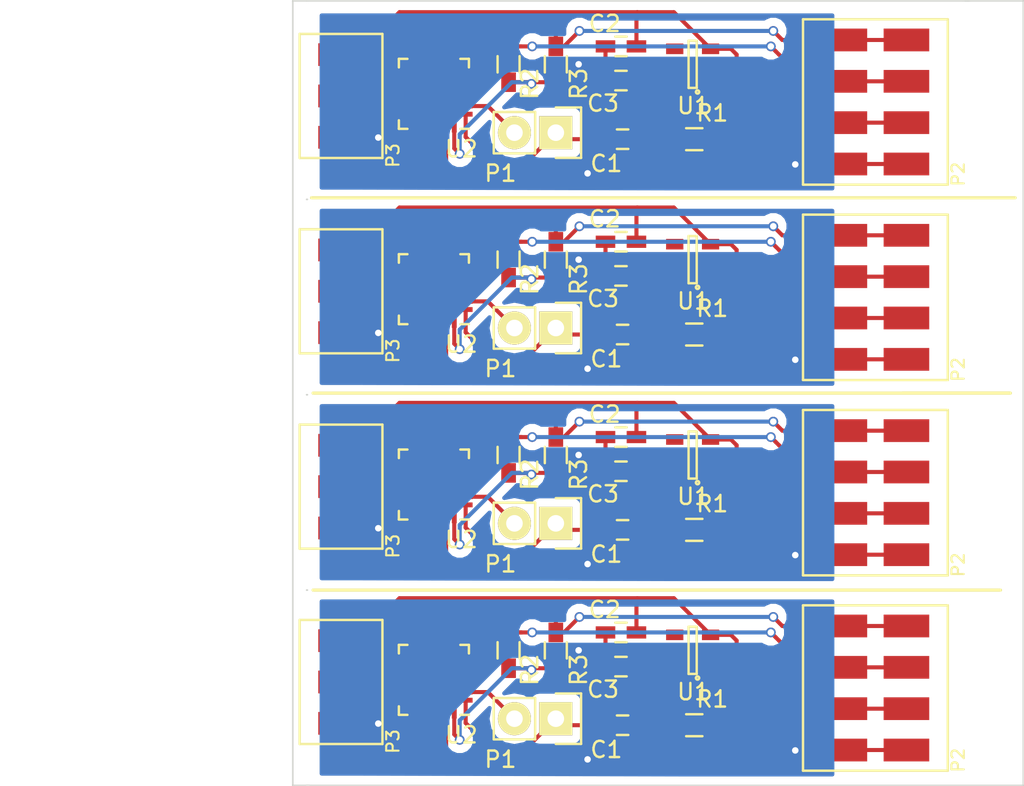
<source format=kicad_pcb>
(kicad_pcb (version 4) (host pcbnew 4.0.2-stable)

  (general
    (links 191)
    (no_connects 75)
    (area 83.5611 65.034999 147.135001 113.335001)
    (thickness 1.6)
    (drawings 16)
    (tracks 484)
    (zones 0)
    (modules 44)
    (nets 26)
  )

  (page A4)
  (layers
    (0 F.Cu signal)
    (31 B.Cu signal)
    (32 B.Adhes user)
    (33 F.Adhes user)
    (34 B.Paste user)
    (35 F.Paste user)
    (36 B.SilkS user)
    (37 F.SilkS user)
    (38 B.Mask user)
    (39 F.Mask user)
    (40 Dwgs.User user)
    (41 Cmts.User user)
    (42 Eco1.User user)
    (43 Eco2.User user)
    (44 Edge.Cuts user)
    (45 Margin user)
    (46 B.CrtYd user)
    (47 F.CrtYd user)
    (48 B.Fab user)
    (49 F.Fab user)
  )

  (setup
    (last_trace_width 0.25)
    (trace_clearance 0.2)
    (zone_clearance 0.508)
    (zone_45_only yes)
    (trace_min 0.2)
    (segment_width 0.2)
    (edge_width 0.1)
    (via_size 0.6)
    (via_drill 0.4)
    (via_min_size 0.4)
    (via_min_drill 0.3)
    (uvia_size 0.3)
    (uvia_drill 0.1)
    (uvias_allowed no)
    (uvia_min_size 0.2)
    (uvia_min_drill 0.1)
    (pcb_text_width 0.3)
    (pcb_text_size 1.5 1.5)
    (mod_edge_width 0.15)
    (mod_text_size 1 1)
    (mod_text_width 0.15)
    (pad_size 1.5 1.5)
    (pad_drill 0.6)
    (pad_to_mask_clearance 0)
    (aux_axis_origin 0 0)
    (grid_origin 128.285 114.385)
    (visible_elements 7FFFEFFF)
    (pcbplotparams
      (layerselection 0x010f0_80000001)
      (usegerberextensions true)
      (excludeedgelayer true)
      (linewidth 0.200000)
      (plotframeref false)
      (viasonmask false)
      (mode 1)
      (useauxorigin false)
      (hpglpennumber 1)
      (hpglpenspeed 20)
      (hpglpendiameter 15)
      (hpglpenoverlay 2)
      (psnegative false)
      (psa4output false)
      (plotreference true)
      (plotvalue true)
      (plotinvisibletext false)
      (padsonsilk false)
      (subtractmaskfromsilk false)
      (outputformat 1)
      (mirror false)
      (drillshape 0)
      (scaleselection 1)
      (outputdirectory gerber/))
  )

  (net 0 "")
  (net 1 "Net-(C1-Pad1)")
  (net 2 GND)
  (net 3 +5V)
  (net 4 +3V3)
  (net 5 /TEST)
  (net 6 /SDA)
  (net 7 /SCL)
  (net 8 /DO)
  (net 9 "Net-(U1-Pad4)")
  (net 10 "Net-(U2-Pad3)")
  (net 11 "Net-(U2-Pad4)")
  (net 12 "Net-(U2-Pad5)")
  (net 13 "Net-(U2-Pad6)")
  (net 14 "Net-(U2-Pad7)")
  (net 15 "Net-(U2-Pad8)")
  (net 16 "Net-(U2-Pad11)")
  (net 17 "Net-(U2-Pad12)")
  (net 18 "Net-(U2-Pad13)")
  (net 19 "Net-(U2-Pad14)")
  (net 20 "Net-(U2-Pad15)")
  (net 21 "Net-(U2-Pad16)")
  (net 22 "Net-(U2-Pad19)")
  (net 23 "Net-(U2-Pad20)")
  (net 24 "Net-(U2-Pad21)")
  (net 25 "Net-(U2-Pad22)")

  (net_class Default "Dies ist die voreingestellte Netzklasse."
    (clearance 0.2)
    (trace_width 0.25)
    (via_dia 0.6)
    (via_drill 0.4)
    (uvia_dia 0.3)
    (uvia_drill 0.1)
    (add_net +3V3)
    (add_net +5V)
    (add_net /DO)
    (add_net /SCL)
    (add_net /SDA)
    (add_net /TEST)
    (add_net GND)
    (add_net "Net-(C1-Pad1)")
    (add_net "Net-(U1-Pad4)")
    (add_net "Net-(U2-Pad11)")
    (add_net "Net-(U2-Pad12)")
    (add_net "Net-(U2-Pad13)")
    (add_net "Net-(U2-Pad14)")
    (add_net "Net-(U2-Pad15)")
    (add_net "Net-(U2-Pad16)")
    (add_net "Net-(U2-Pad19)")
    (add_net "Net-(U2-Pad20)")
    (add_net "Net-(U2-Pad21)")
    (add_net "Net-(U2-Pad22)")
    (add_net "Net-(U2-Pad3)")
    (add_net "Net-(U2-Pad4)")
    (add_net "Net-(U2-Pad5)")
    (add_net "Net-(U2-Pad6)")
    (add_net "Net-(U2-Pad7)")
    (add_net "Net-(U2-Pad8)")
  )

  (module Capacitors_SMD:C_0603_HandSoldering (layer F.Cu) (tedit 571F7782) (tstamp 57096A48)
    (at 122.485 109.585)
    (descr "Capacitor SMD 0603, hand soldering")
    (tags "capacitor 0603")
    (path /56F66378)
    (attr smd)
    (fp_text reference C1 (at -1 1.5) (layer F.SilkS)
      (effects (font (size 1 1) (thickness 0.15)))
    )
    (fp_text value 1n (at -31.35 -3.05) (layer F.Fab)
      (effects (font (size 1 1) (thickness 0.15)))
    )
    (fp_line (start -1.85 -0.75) (end 1.85 -0.75) (layer F.CrtYd) (width 0.05))
    (fp_line (start -1.85 0.75) (end 1.85 0.75) (layer F.CrtYd) (width 0.05))
    (fp_line (start -1.85 -0.75) (end -1.85 0.75) (layer F.CrtYd) (width 0.05))
    (fp_line (start 1.85 -0.75) (end 1.85 0.75) (layer F.CrtYd) (width 0.05))
    (fp_line (start -0.35 -0.6) (end 0.35 -0.6) (layer F.SilkS) (width 0.15))
    (fp_line (start 0.35 0.6) (end -0.35 0.6) (layer F.SilkS) (width 0.15))
    (pad 1 smd rect (at -0.95 0) (size 1.2 0.75) (layers F.Cu F.Paste F.Mask)
      (net 1 "Net-(C1-Pad1)"))
    (pad 2 smd rect (at 0.95 0) (size 1.2 0.75) (layers F.Cu F.Paste F.Mask)
      (net 2 GND))
    (model Capacitors_SMD.3dshapes/C_0603_HandSoldering.wrl
      (at (xyz 0 0 0))
      (scale (xyz 1 1 1))
      (rotate (xyz 0 0 0))
    )
  )

  (module Capacitors_SMD:C_0603_HandSoldering (layer F.Cu) (tedit 571F7784) (tstamp 57096A54)
    (at 122.385 103.885 180)
    (descr "Capacitor SMD 0603, hand soldering")
    (tags "capacitor 0603")
    (path /56F683BA)
    (attr smd)
    (fp_text reference C2 (at 1 1.4 180) (layer F.SilkS)
      (effects (font (size 1 1) (thickness 0.15)))
    )
    (fp_text value 1u (at 31.35 -2.15 180) (layer F.Fab)
      (effects (font (size 1 1) (thickness 0.15)))
    )
    (fp_line (start -1.85 -0.75) (end 1.85 -0.75) (layer F.CrtYd) (width 0.05))
    (fp_line (start -1.85 0.75) (end 1.85 0.75) (layer F.CrtYd) (width 0.05))
    (fp_line (start -1.85 -0.75) (end -1.85 0.75) (layer F.CrtYd) (width 0.05))
    (fp_line (start 1.85 -0.75) (end 1.85 0.75) (layer F.CrtYd) (width 0.05))
    (fp_line (start -0.35 -0.6) (end 0.35 -0.6) (layer F.SilkS) (width 0.15))
    (fp_line (start 0.35 0.6) (end -0.35 0.6) (layer F.SilkS) (width 0.15))
    (pad 1 smd rect (at -0.95 0 180) (size 1.2 0.75) (layers F.Cu F.Paste F.Mask)
      (net 3 +5V))
    (pad 2 smd rect (at 0.95 0 180) (size 1.2 0.75) (layers F.Cu F.Paste F.Mask)
      (net 2 GND))
    (model Capacitors_SMD.3dshapes/C_0603_HandSoldering.wrl
      (at (xyz 0 0 0))
      (scale (xyz 1 1 1))
      (rotate (xyz 0 0 0))
    )
  )

  (module Capacitors_SMD:C_0603_HandSoldering (layer F.Cu) (tedit 571F7787) (tstamp 57096A60)
    (at 122.385 105.985 180)
    (descr "Capacitor SMD 0603, hand soldering")
    (tags "capacitor 0603")
    (path /56F68421)
    (attr smd)
    (fp_text reference C3 (at 1.1 -1.4 180) (layer F.SilkS)
      (effects (font (size 1 1) (thickness 0.15)))
    )
    (fp_text value 1u (at 31.25 -3.1 180) (layer F.Fab)
      (effects (font (size 1 1) (thickness 0.15)))
    )
    (fp_line (start -1.85 -0.75) (end 1.85 -0.75) (layer F.CrtYd) (width 0.05))
    (fp_line (start -1.85 0.75) (end 1.85 0.75) (layer F.CrtYd) (width 0.05))
    (fp_line (start -1.85 -0.75) (end -1.85 0.75) (layer F.CrtYd) (width 0.05))
    (fp_line (start 1.85 -0.75) (end 1.85 0.75) (layer F.CrtYd) (width 0.05))
    (fp_line (start -0.35 -0.6) (end 0.35 -0.6) (layer F.SilkS) (width 0.15))
    (fp_line (start 0.35 0.6) (end -0.35 0.6) (layer F.SilkS) (width 0.15))
    (pad 1 smd rect (at -0.95 0 180) (size 1.2 0.75) (layers F.Cu F.Paste F.Mask)
      (net 4 +3V3))
    (pad 2 smd rect (at 0.95 0 180) (size 1.2 0.75) (layers F.Cu F.Paste F.Mask)
      (net 2 GND))
    (model Capacitors_SMD.3dshapes/C_0603_HandSoldering.wrl
      (at (xyz 0 0 0))
      (scale (xyz 1 1 1))
      (rotate (xyz 0 0 0))
    )
  )

  (module Pin_Headers:Pin_Header_Straight_1x02 (layer F.Cu) (tedit 571F776A) (tstamp 57096A71)
    (at 118.385 109.185 270)
    (descr "Through hole pin header")
    (tags "pin header")
    (path /56F66097)
    (fp_text reference P1 (at 2.5 3.4 360) (layer F.SilkS)
      (effects (font (size 1 1) (thickness 0.15)))
    )
    (fp_text value CONN_01X02 (at -2.55 29.8 270) (layer F.Fab)
      (effects (font (size 1 1) (thickness 0.15)))
    )
    (fp_line (start 1.27 1.27) (end 1.27 3.81) (layer F.SilkS) (width 0.15))
    (fp_line (start 1.55 -1.55) (end 1.55 0) (layer F.SilkS) (width 0.15))
    (fp_line (start -1.75 -1.75) (end -1.75 4.3) (layer F.CrtYd) (width 0.05))
    (fp_line (start 1.75 -1.75) (end 1.75 4.3) (layer F.CrtYd) (width 0.05))
    (fp_line (start -1.75 -1.75) (end 1.75 -1.75) (layer F.CrtYd) (width 0.05))
    (fp_line (start -1.75 4.3) (end 1.75 4.3) (layer F.CrtYd) (width 0.05))
    (fp_line (start 1.27 1.27) (end -1.27 1.27) (layer F.SilkS) (width 0.15))
    (fp_line (start -1.55 0) (end -1.55 -1.55) (layer F.SilkS) (width 0.15))
    (fp_line (start -1.55 -1.55) (end 1.55 -1.55) (layer F.SilkS) (width 0.15))
    (fp_line (start -1.27 1.27) (end -1.27 3.81) (layer F.SilkS) (width 0.15))
    (fp_line (start -1.27 3.81) (end 1.27 3.81) (layer F.SilkS) (width 0.15))
    (pad 1 thru_hole rect (at 0 0 270) (size 2.032 2.032) (drill 1.016) (layers *.Cu *.Mask F.SilkS)
      (net 1 "Net-(C1-Pad1)"))
    (pad 2 thru_hole oval (at 0 2.54 270) (size 2.032 2.032) (drill 1.016) (layers *.Cu *.Mask F.SilkS)
      (net 5 /TEST))
    (model Pin_Headers.3dshapes/Pin_Header_Straight_1x02.wrl
      (at (xyz 0 -0.05 0))
      (scale (xyz 1 1 1))
      (rotate (xyz 0 0 90))
    )
  )

  (module Pin_Headers:PINHEAD1-8_SMD (layer F.Cu) (tedit 575BC4C9) (tstamp 57096A81)
    (at 136.1 107.3 270)
    (path /56FF8E13)
    (fp_text reference P2 (at 4.435 -6.985 270) (layer F.SilkS)
      (effects (font (size 0.762 0.762) (thickness 0.127)))
    )
    (fp_text value "" (at -0.415 39.215 270) (layer F.SilkS)
      (effects (font (size 0.762 0.762) (thickness 0.127)))
    )
    (fp_line (start -5.08 -6.35) (end 5.08 -6.35) (layer F.SilkS) (width 0.15))
    (fp_line (start 5.08 -6.35) (end 5.08 2.54) (layer F.SilkS) (width 0.15))
    (fp_line (start 5.08 2.54) (end -5.08 2.54) (layer F.SilkS) (width 0.15))
    (fp_line (start -5.08 2.54) (end -5.08 -6.35) (layer F.SilkS) (width 0.15))
    (pad 8 smd rect (at 3.81 -3.81 270) (size 1.397 2.79908) (layers F.Cu F.Paste F.Mask)
      (net 2 GND))
    (pad 7 smd rect (at 3.81 0 270) (size 1.397 2.79908) (layers F.Cu F.Paste F.Mask)
      (net 2 GND))
    (pad 6 smd rect (at 1.27 -3.81 270) (size 1.397 2.79908) (layers F.Cu F.Paste F.Mask)
      (net 3 +5V))
    (pad 5 smd rect (at 1.27 0 270) (size 1.397 2.79908) (layers F.Cu F.Paste F.Mask)
      (net 3 +5V))
    (pad 4 smd rect (at -1.27 -3.81 270) (size 1.397 2.79908) (layers F.Cu F.Paste F.Mask)
      (net 6 /SDA))
    (pad 1 smd rect (at -3.81 0 270) (size 1.397 2.79908) (layers F.Cu F.Paste F.Mask)
      (net 7 /SCL))
    (pad 2 smd rect (at -3.81 -3.81 270) (size 1.397 2.79908) (layers F.Cu F.Paste F.Mask)
      (net 7 /SCL))
    (pad 3 smd rect (at -1.27 0 270) (size 1.39954 2.79908) (layers F.Cu F.Paste F.Mask)
      (net 6 /SDA))
  )

  (module Resistors_SMD:R_0603_HandSoldering (layer F.Cu) (tedit 571F7789) (tstamp 57096A9F)
    (at 126.885 109.585 180)
    (descr "Resistor SMD 0603, hand soldering")
    (tags "resistor 0603")
    (path /56F6625D)
    (attr smd)
    (fp_text reference R1 (at -1.1 1.6 180) (layer F.SilkS)
      (effects (font (size 1 1) (thickness 0.15)))
    )
    (fp_text value 47k (at 35.75 1.8 180) (layer F.Fab)
      (effects (font (size 1 1) (thickness 0.15)))
    )
    (fp_line (start -2 -0.8) (end 2 -0.8) (layer F.CrtYd) (width 0.05))
    (fp_line (start -2 0.8) (end 2 0.8) (layer F.CrtYd) (width 0.05))
    (fp_line (start -2 -0.8) (end -2 0.8) (layer F.CrtYd) (width 0.05))
    (fp_line (start 2 -0.8) (end 2 0.8) (layer F.CrtYd) (width 0.05))
    (fp_line (start 0.5 0.675) (end -0.5 0.675) (layer F.SilkS) (width 0.15))
    (fp_line (start -0.5 -0.675) (end 0.5 -0.675) (layer F.SilkS) (width 0.15))
    (pad 1 smd rect (at -1.1 0 180) (size 1.2 0.9) (layers F.Cu F.Paste F.Mask)
      (net 4 +3V3))
    (pad 2 smd rect (at 1.1 0 180) (size 1.2 0.9) (layers F.Cu F.Paste F.Mask)
      (net 1 "Net-(C1-Pad1)"))
    (model Resistors_SMD.3dshapes/R_0603_HandSoldering.wrl
      (at (xyz 0 0 0))
      (scale (xyz 1 1 1))
      (rotate (xyz 0 0 0))
    )
  )

  (module Resistors_SMD:R_0603_HandSoldering (layer F.Cu) (tedit 571F777F) (tstamp 57096AAB)
    (at 115.485 104.985 90)
    (descr "Resistor SMD 0603, hand soldering")
    (tags "resistor 0603")
    (path /56F6739F)
    (attr smd)
    (fp_text reference R2 (at -1.2 1.3 90) (layer F.SilkS)
      (effects (font (size 1 1) (thickness 0.15)))
    )
    (fp_text value 10k (at -4.85 -22.4 90) (layer F.Fab)
      (effects (font (size 1 1) (thickness 0.15)))
    )
    (fp_line (start -2 -0.8) (end 2 -0.8) (layer F.CrtYd) (width 0.05))
    (fp_line (start -2 0.8) (end 2 0.8) (layer F.CrtYd) (width 0.05))
    (fp_line (start -2 -0.8) (end -2 0.8) (layer F.CrtYd) (width 0.05))
    (fp_line (start 2 -0.8) (end 2 0.8) (layer F.CrtYd) (width 0.05))
    (fp_line (start 0.5 0.675) (end -0.5 0.675) (layer F.SilkS) (width 0.15))
    (fp_line (start -0.5 -0.675) (end 0.5 -0.675) (layer F.SilkS) (width 0.15))
    (pad 1 smd rect (at -1.1 0 90) (size 1.2 0.9) (layers F.Cu F.Paste F.Mask)
      (net 4 +3V3))
    (pad 2 smd rect (at 1.1 0 90) (size 1.2 0.9) (layers F.Cu F.Paste F.Mask)
      (net 6 /SDA))
    (model Resistors_SMD.3dshapes/R_0603_HandSoldering.wrl
      (at (xyz 0 0 0))
      (scale (xyz 1 1 1))
      (rotate (xyz 0 0 0))
    )
  )

  (module Resistors_SMD:R_0603_HandSoldering (layer F.Cu) (tedit 571F777C) (tstamp 57096AB7)
    (at 118.385 104.985 90)
    (descr "Resistor SMD 0603, hand soldering")
    (tags "resistor 0603")
    (path /56F67BD2)
    (attr smd)
    (fp_text reference R3 (at -1.2 1.4 90) (layer F.SilkS)
      (effects (font (size 1 1) (thickness 0.15)))
    )
    (fp_text value 10k (at -2.7 -24.8 90) (layer F.Fab)
      (effects (font (size 1 1) (thickness 0.15)))
    )
    (fp_line (start -2 -0.8) (end 2 -0.8) (layer F.CrtYd) (width 0.05))
    (fp_line (start -2 0.8) (end 2 0.8) (layer F.CrtYd) (width 0.05))
    (fp_line (start -2 -0.8) (end -2 0.8) (layer F.CrtYd) (width 0.05))
    (fp_line (start 2 -0.8) (end 2 0.8) (layer F.CrtYd) (width 0.05))
    (fp_line (start 0.5 0.675) (end -0.5 0.675) (layer F.SilkS) (width 0.15))
    (fp_line (start -0.5 -0.675) (end 0.5 -0.675) (layer F.SilkS) (width 0.15))
    (pad 1 smd rect (at -1.1 0 90) (size 1.2 0.9) (layers F.Cu F.Paste F.Mask)
      (net 4 +3V3))
    (pad 2 smd rect (at 1.1 0 90) (size 1.2 0.9) (layers F.Cu F.Paste F.Mask)
      (net 7 /SCL))
    (model Resistors_SMD.3dshapes/R_0603_HandSoldering.wrl
      (at (xyz 0 0 0))
      (scale (xyz 1 1 1))
      (rotate (xyz 0 0 0))
    )
  )

  (module TO_SOT_Packages_SMD:SOT-23-5 (layer F.Cu) (tedit 571F778B) (tstamp 57096AC9)
    (at 126.785 104.985 180)
    (descr "5-pin SOT23 package")
    (tags SOT-23-5)
    (path /56F654BD)
    (attr smd)
    (fp_text reference U1 (at -0.05 -2.55 180) (layer F.SilkS)
      (effects (font (size 1 1) (thickness 0.15)))
    )
    (fp_text value LD59015 (at 35.75 -1.55 180) (layer F.Fab)
      (effects (font (size 1 1) (thickness 0.15)))
    )
    (fp_line (start -1.8 -1.6) (end 1.8 -1.6) (layer F.CrtYd) (width 0.05))
    (fp_line (start 1.8 -1.6) (end 1.8 1.6) (layer F.CrtYd) (width 0.05))
    (fp_line (start 1.8 1.6) (end -1.8 1.6) (layer F.CrtYd) (width 0.05))
    (fp_line (start -1.8 1.6) (end -1.8 -1.6) (layer F.CrtYd) (width 0.05))
    (fp_circle (center -0.3 -1.7) (end -0.2 -1.7) (layer F.SilkS) (width 0.15))
    (fp_line (start 0.25 -1.45) (end -0.25 -1.45) (layer F.SilkS) (width 0.15))
    (fp_line (start 0.25 1.45) (end 0.25 -1.45) (layer F.SilkS) (width 0.15))
    (fp_line (start -0.25 1.45) (end 0.25 1.45) (layer F.SilkS) (width 0.15))
    (fp_line (start -0.25 -1.45) (end -0.25 1.45) (layer F.SilkS) (width 0.15))
    (pad 1 smd rect (at -1.1 -0.95 180) (size 1.06 0.65) (layers F.Cu F.Paste F.Mask)
      (net 3 +5V))
    (pad 2 smd rect (at -1.1 0 180) (size 1.06 0.65) (layers F.Cu F.Paste F.Mask)
      (net 2 GND))
    (pad 3 smd rect (at -1.1 0.95 180) (size 1.06 0.65) (layers F.Cu F.Paste F.Mask)
      (net 3 +5V))
    (pad 4 smd rect (at 1.1 0.95 180) (size 1.06 0.65) (layers F.Cu F.Paste F.Mask)
      (net 9 "Net-(U1-Pad4)"))
    (pad 5 smd rect (at 1.1 -0.95 180) (size 1.06 0.65) (layers F.Cu F.Paste F.Mask)
      (net 4 +3V3))
    (model TO_SOT_Packages_SMD.3dshapes/SOT-23-5.wrl
      (at (xyz 0 0 0))
      (scale (xyz 1 1 1))
      (rotate (xyz 0 0 0))
    )
  )

  (module Housings_DFN_QFN:QFN-24-1EP_4x4mm_Pitch0.5mm (layer F.Cu) (tedit 571F7768) (tstamp 57096AF4)
    (at 110.9 106.8 180)
    (descr "24-Lead Plastic Quad Flat, No Lead Package (MJ) - 4x4x0.9 mm Body [QFN]; (see Microchip Packaging Specification 00000049BS.pdf)")
    (tags "QFN 0.5")
    (path /56F65667)
    (attr smd)
    (fp_text reference U2 (at -1.685 -3.385 180) (layer F.SilkS)
      (effects (font (size 1 1) (thickness 0.15)))
    )
    (fp_text value MSP430F2433 (at 21.165 2.215 180) (layer F.Fab)
      (effects (font (size 1 1) (thickness 0.15)))
    )
    (fp_line (start -2.65 -2.65) (end -2.65 2.65) (layer F.CrtYd) (width 0.05))
    (fp_line (start 2.65 -2.65) (end 2.65 2.65) (layer F.CrtYd) (width 0.05))
    (fp_line (start -2.65 -2.65) (end 2.65 -2.65) (layer F.CrtYd) (width 0.05))
    (fp_line (start -2.65 2.65) (end 2.65 2.65) (layer F.CrtYd) (width 0.05))
    (fp_line (start 2.15 -2.15) (end 2.15 -1.625) (layer F.SilkS) (width 0.15))
    (fp_line (start -2.15 2.15) (end -2.15 1.625) (layer F.SilkS) (width 0.15))
    (fp_line (start 2.15 2.15) (end 2.15 1.625) (layer F.SilkS) (width 0.15))
    (fp_line (start -2.15 -2.15) (end -1.625 -2.15) (layer F.SilkS) (width 0.15))
    (fp_line (start -2.15 2.15) (end -1.625 2.15) (layer F.SilkS) (width 0.15))
    (fp_line (start 2.15 2.15) (end 1.625 2.15) (layer F.SilkS) (width 0.15))
    (fp_line (start 2.15 -2.15) (end 1.625 -2.15) (layer F.SilkS) (width 0.15))
    (pad 1 smd rect (at -1.95 -1.25 180) (size 0.85 0.3) (layers F.Cu F.Paste F.Mask)
      (net 1 "Net-(C1-Pad1)"))
    (pad 2 smd rect (at -1.95 -0.75 180) (size 0.85 0.3) (layers F.Cu F.Paste F.Mask)
      (net 5 /TEST))
    (pad 3 smd rect (at -1.95 -0.25 180) (size 0.85 0.3) (layers F.Cu F.Paste F.Mask)
      (net 10 "Net-(U2-Pad3)"))
    (pad 4 smd rect (at -1.95 0.25 180) (size 0.85 0.3) (layers F.Cu F.Paste F.Mask)
      (net 11 "Net-(U2-Pad4)"))
    (pad 5 smd rect (at -1.95 0.75 180) (size 0.85 0.3) (layers F.Cu F.Paste F.Mask)
      (net 12 "Net-(U2-Pad5)"))
    (pad 6 smd rect (at -1.95 1.25 180) (size 0.85 0.3) (layers F.Cu F.Paste F.Mask)
      (net 13 "Net-(U2-Pad6)"))
    (pad 7 smd rect (at -1.25 1.95 270) (size 0.85 0.3) (layers F.Cu F.Paste F.Mask)
      (net 14 "Net-(U2-Pad7)"))
    (pad 8 smd rect (at -0.75 1.95 270) (size 0.85 0.3) (layers F.Cu F.Paste F.Mask)
      (net 15 "Net-(U2-Pad8)"))
    (pad 9 smd rect (at -0.25 1.95 270) (size 0.85 0.3) (layers F.Cu F.Paste F.Mask)
      (net 6 /SDA))
    (pad 10 smd rect (at 0.25 1.95 270) (size 0.85 0.3) (layers F.Cu F.Paste F.Mask)
      (net 7 /SCL))
    (pad 11 smd rect (at 0.75 1.95 270) (size 0.85 0.3) (layers F.Cu F.Paste F.Mask)
      (net 16 "Net-(U2-Pad11)"))
    (pad 12 smd rect (at 1.25 1.95 270) (size 0.85 0.3) (layers F.Cu F.Paste F.Mask)
      (net 17 "Net-(U2-Pad12)"))
    (pad 13 smd rect (at 1.95 1.25 180) (size 0.85 0.3) (layers F.Cu F.Paste F.Mask)
      (net 18 "Net-(U2-Pad13)"))
    (pad 14 smd rect (at 1.95 0.75 180) (size 0.85 0.3) (layers F.Cu F.Paste F.Mask)
      (net 19 "Net-(U2-Pad14)"))
    (pad 15 smd rect (at 1.95 0.25 180) (size 0.85 0.3) (layers F.Cu F.Paste F.Mask)
      (net 20 "Net-(U2-Pad15)"))
    (pad 16 smd rect (at 1.95 -0.25 180) (size 0.85 0.3) (layers F.Cu F.Paste F.Mask)
      (net 21 "Net-(U2-Pad16)"))
    (pad 17 smd rect (at 1.95 -0.75 180) (size 0.85 0.3) (layers F.Cu F.Paste F.Mask)
      (net 8 /DO))
    (pad 18 smd rect (at 1.95 -1.25 180) (size 0.85 0.3) (layers F.Cu F.Paste F.Mask)
      (net 2 GND))
    (pad 19 smd rect (at 1.25 -1.95 270) (size 0.85 0.3) (layers F.Cu F.Paste F.Mask)
      (net 22 "Net-(U2-Pad19)"))
    (pad 20 smd rect (at 0.75 -1.95 270) (size 0.85 0.3) (layers F.Cu F.Paste F.Mask)
      (net 23 "Net-(U2-Pad20)"))
    (pad 21 smd rect (at 0.25 -1.95 270) (size 0.85 0.3) (layers F.Cu F.Paste F.Mask)
      (net 24 "Net-(U2-Pad21)"))
    (pad 22 smd rect (at -0.25 -1.95 270) (size 0.85 0.3) (layers F.Cu F.Paste F.Mask)
      (net 25 "Net-(U2-Pad22)"))
    (pad 23 smd rect (at -0.75 -1.95 270) (size 0.85 0.3) (layers F.Cu F.Paste F.Mask)
      (net 2 GND))
    (pad 24 smd rect (at -1.25 -1.95 270) (size 0.85 0.3) (layers F.Cu F.Paste F.Mask)
      (net 4 +3V3))
    (model Housings_DFN_QFN.3dshapes/QFN-24-1EP_4x4mm_Pitch0.5mm.wrl
      (at (xyz 0 0 0))
      (scale (xyz 1 1 1))
      (rotate (xyz 0 0 0))
    )
  )

  (module Pin_Headers:PINHEAD1-3_SMD (layer F.Cu) (tedit 575BC4E6) (tstamp 57096A93)
    (at 105.2 108.2 270)
    (path /56F656FC)
    (fp_text reference P3 (at 2.385 -3.185 270) (layer F.SilkS)
      (effects (font (size 0.762 0.762) (thickness 0.127)))
    )
    (fp_text value "" (at -0.965 20.715 270) (layer F.SilkS)
      (effects (font (size 0.762 0.762) (thickness 0.127)))
    )
    (fp_line (start -5.08 -2.54) (end -5.08 2.54) (layer F.SilkS) (width 0.15))
    (fp_line (start -5.08 2.54) (end 2.54 2.54) (layer F.SilkS) (width 0.15))
    (fp_line (start 2.54 2.54) (end 2.54 -2.54) (layer F.SilkS) (width 0.15))
    (fp_line (start 2.54 -2.54) (end -5.08 -2.54) (layer F.SilkS) (width 0.15))
    (pad 1 smd rect (at -3.81 0 270) (size 1.397 2.79908) (layers F.Cu F.Paste F.Mask)
      (net 3 +5V))
    (pad 2 smd rect (at -1.27 0 270) (size 1.397 2.79908) (layers F.Cu F.Paste F.Mask)
      (net 8 /DO))
    (pad 3 smd rect (at 1.27 0 270) (size 1.39954 2.79908) (layers F.Cu F.Paste F.Mask)
      (net 2 GND))
  )

  (module Capacitors_SMD:C_0603_HandSoldering (layer F.Cu) (tedit 571F7782) (tstamp 57096A48)
    (at 122.485 97.585)
    (descr "Capacitor SMD 0603, hand soldering")
    (tags "capacitor 0603")
    (path /56F66378)
    (attr smd)
    (fp_text reference C1 (at -1 1.5) (layer F.SilkS)
      (effects (font (size 1 1) (thickness 0.15)))
    )
    (fp_text value 1n (at -31.35 -3.05) (layer F.Fab)
      (effects (font (size 1 1) (thickness 0.15)))
    )
    (fp_line (start -1.85 -0.75) (end 1.85 -0.75) (layer F.CrtYd) (width 0.05))
    (fp_line (start -1.85 0.75) (end 1.85 0.75) (layer F.CrtYd) (width 0.05))
    (fp_line (start -1.85 -0.75) (end -1.85 0.75) (layer F.CrtYd) (width 0.05))
    (fp_line (start 1.85 -0.75) (end 1.85 0.75) (layer F.CrtYd) (width 0.05))
    (fp_line (start -0.35 -0.6) (end 0.35 -0.6) (layer F.SilkS) (width 0.15))
    (fp_line (start 0.35 0.6) (end -0.35 0.6) (layer F.SilkS) (width 0.15))
    (pad 1 smd rect (at -0.95 0) (size 1.2 0.75) (layers F.Cu F.Paste F.Mask)
      (net 1 "Net-(C1-Pad1)"))
    (pad 2 smd rect (at 0.95 0) (size 1.2 0.75) (layers F.Cu F.Paste F.Mask)
      (net 2 GND))
    (model Capacitors_SMD.3dshapes/C_0603_HandSoldering.wrl
      (at (xyz 0 0 0))
      (scale (xyz 1 1 1))
      (rotate (xyz 0 0 0))
    )
  )

  (module Capacitors_SMD:C_0603_HandSoldering (layer F.Cu) (tedit 571F7784) (tstamp 57096A54)
    (at 122.385 91.885 180)
    (descr "Capacitor SMD 0603, hand soldering")
    (tags "capacitor 0603")
    (path /56F683BA)
    (attr smd)
    (fp_text reference C2 (at 1 1.4 180) (layer F.SilkS)
      (effects (font (size 1 1) (thickness 0.15)))
    )
    (fp_text value 1u (at 31.35 -2.15 180) (layer F.Fab)
      (effects (font (size 1 1) (thickness 0.15)))
    )
    (fp_line (start -1.85 -0.75) (end 1.85 -0.75) (layer F.CrtYd) (width 0.05))
    (fp_line (start -1.85 0.75) (end 1.85 0.75) (layer F.CrtYd) (width 0.05))
    (fp_line (start -1.85 -0.75) (end -1.85 0.75) (layer F.CrtYd) (width 0.05))
    (fp_line (start 1.85 -0.75) (end 1.85 0.75) (layer F.CrtYd) (width 0.05))
    (fp_line (start -0.35 -0.6) (end 0.35 -0.6) (layer F.SilkS) (width 0.15))
    (fp_line (start 0.35 0.6) (end -0.35 0.6) (layer F.SilkS) (width 0.15))
    (pad 1 smd rect (at -0.95 0 180) (size 1.2 0.75) (layers F.Cu F.Paste F.Mask)
      (net 3 +5V))
    (pad 2 smd rect (at 0.95 0 180) (size 1.2 0.75) (layers F.Cu F.Paste F.Mask)
      (net 2 GND))
    (model Capacitors_SMD.3dshapes/C_0603_HandSoldering.wrl
      (at (xyz 0 0 0))
      (scale (xyz 1 1 1))
      (rotate (xyz 0 0 0))
    )
  )

  (module Capacitors_SMD:C_0603_HandSoldering (layer F.Cu) (tedit 571F7787) (tstamp 57096A60)
    (at 122.385 93.985 180)
    (descr "Capacitor SMD 0603, hand soldering")
    (tags "capacitor 0603")
    (path /56F68421)
    (attr smd)
    (fp_text reference C3 (at 1.1 -1.4 180) (layer F.SilkS)
      (effects (font (size 1 1) (thickness 0.15)))
    )
    (fp_text value 1u (at 31.25 -3.1 180) (layer F.Fab)
      (effects (font (size 1 1) (thickness 0.15)))
    )
    (fp_line (start -1.85 -0.75) (end 1.85 -0.75) (layer F.CrtYd) (width 0.05))
    (fp_line (start -1.85 0.75) (end 1.85 0.75) (layer F.CrtYd) (width 0.05))
    (fp_line (start -1.85 -0.75) (end -1.85 0.75) (layer F.CrtYd) (width 0.05))
    (fp_line (start 1.85 -0.75) (end 1.85 0.75) (layer F.CrtYd) (width 0.05))
    (fp_line (start -0.35 -0.6) (end 0.35 -0.6) (layer F.SilkS) (width 0.15))
    (fp_line (start 0.35 0.6) (end -0.35 0.6) (layer F.SilkS) (width 0.15))
    (pad 1 smd rect (at -0.95 0 180) (size 1.2 0.75) (layers F.Cu F.Paste F.Mask)
      (net 4 +3V3))
    (pad 2 smd rect (at 0.95 0 180) (size 1.2 0.75) (layers F.Cu F.Paste F.Mask)
      (net 2 GND))
    (model Capacitors_SMD.3dshapes/C_0603_HandSoldering.wrl
      (at (xyz 0 0 0))
      (scale (xyz 1 1 1))
      (rotate (xyz 0 0 0))
    )
  )

  (module Pin_Headers:Pin_Header_Straight_1x02 (layer F.Cu) (tedit 571F776A) (tstamp 57096A71)
    (at 118.385 97.185 270)
    (descr "Through hole pin header")
    (tags "pin header")
    (path /56F66097)
    (fp_text reference P1 (at 2.5 3.4 360) (layer F.SilkS)
      (effects (font (size 1 1) (thickness 0.15)))
    )
    (fp_text value CONN_01X02 (at -2.55 29.8 270) (layer F.Fab)
      (effects (font (size 1 1) (thickness 0.15)))
    )
    (fp_line (start 1.27 1.27) (end 1.27 3.81) (layer F.SilkS) (width 0.15))
    (fp_line (start 1.55 -1.55) (end 1.55 0) (layer F.SilkS) (width 0.15))
    (fp_line (start -1.75 -1.75) (end -1.75 4.3) (layer F.CrtYd) (width 0.05))
    (fp_line (start 1.75 -1.75) (end 1.75 4.3) (layer F.CrtYd) (width 0.05))
    (fp_line (start -1.75 -1.75) (end 1.75 -1.75) (layer F.CrtYd) (width 0.05))
    (fp_line (start -1.75 4.3) (end 1.75 4.3) (layer F.CrtYd) (width 0.05))
    (fp_line (start 1.27 1.27) (end -1.27 1.27) (layer F.SilkS) (width 0.15))
    (fp_line (start -1.55 0) (end -1.55 -1.55) (layer F.SilkS) (width 0.15))
    (fp_line (start -1.55 -1.55) (end 1.55 -1.55) (layer F.SilkS) (width 0.15))
    (fp_line (start -1.27 1.27) (end -1.27 3.81) (layer F.SilkS) (width 0.15))
    (fp_line (start -1.27 3.81) (end 1.27 3.81) (layer F.SilkS) (width 0.15))
    (pad 1 thru_hole rect (at 0 0 270) (size 2.032 2.032) (drill 1.016) (layers *.Cu *.Mask F.SilkS)
      (net 1 "Net-(C1-Pad1)"))
    (pad 2 thru_hole oval (at 0 2.54 270) (size 2.032 2.032) (drill 1.016) (layers *.Cu *.Mask F.SilkS)
      (net 5 /TEST))
    (model Pin_Headers.3dshapes/Pin_Header_Straight_1x02.wrl
      (at (xyz 0 -0.05 0))
      (scale (xyz 1 1 1))
      (rotate (xyz 0 0 90))
    )
  )

  (module Pin_Headers:PINHEAD1-8_SMD (layer F.Cu) (tedit 575BC4D5) (tstamp 57096A81)
    (at 136.1 95.3 270)
    (path /56FF8E13)
    (fp_text reference P2 (at 4.435 -6.985 270) (layer F.SilkS)
      (effects (font (size 0.762 0.762) (thickness 0.127)))
    )
    (fp_text value "" (at -0.415 39.215 270) (layer F.SilkS)
      (effects (font (size 0.762 0.762) (thickness 0.127)))
    )
    (fp_line (start -5.08 -6.35) (end 5.08 -6.35) (layer F.SilkS) (width 0.15))
    (fp_line (start 5.08 -6.35) (end 5.08 2.54) (layer F.SilkS) (width 0.15))
    (fp_line (start 5.08 2.54) (end -5.08 2.54) (layer F.SilkS) (width 0.15))
    (fp_line (start -5.08 2.54) (end -5.08 -6.35) (layer F.SilkS) (width 0.15))
    (pad 8 smd rect (at 3.81 -3.81 270) (size 1.397 2.79908) (layers F.Cu F.Paste F.Mask)
      (net 2 GND))
    (pad 7 smd rect (at 3.81 0 270) (size 1.397 2.79908) (layers F.Cu F.Paste F.Mask)
      (net 2 GND))
    (pad 6 smd rect (at 1.27 -3.81 270) (size 1.397 2.79908) (layers F.Cu F.Paste F.Mask)
      (net 3 +5V))
    (pad 5 smd rect (at 1.27 0 270) (size 1.397 2.79908) (layers F.Cu F.Paste F.Mask)
      (net 3 +5V))
    (pad 4 smd rect (at -1.27 -3.81 270) (size 1.397 2.79908) (layers F.Cu F.Paste F.Mask)
      (net 6 /SDA))
    (pad 1 smd rect (at -3.81 0 270) (size 1.397 2.79908) (layers F.Cu F.Paste F.Mask)
      (net 7 /SCL))
    (pad 2 smd rect (at -3.81 -3.81 270) (size 1.397 2.79908) (layers F.Cu F.Paste F.Mask)
      (net 7 /SCL))
    (pad 3 smd rect (at -1.27 0 270) (size 1.39954 2.79908) (layers F.Cu F.Paste F.Mask)
      (net 6 /SDA))
  )

  (module Resistors_SMD:R_0603_HandSoldering (layer F.Cu) (tedit 571F7789) (tstamp 57096A9F)
    (at 126.885 97.585 180)
    (descr "Resistor SMD 0603, hand soldering")
    (tags "resistor 0603")
    (path /56F6625D)
    (attr smd)
    (fp_text reference R1 (at -1.1 1.6 180) (layer F.SilkS)
      (effects (font (size 1 1) (thickness 0.15)))
    )
    (fp_text value 47k (at 35.75 1.8 180) (layer F.Fab)
      (effects (font (size 1 1) (thickness 0.15)))
    )
    (fp_line (start -2 -0.8) (end 2 -0.8) (layer F.CrtYd) (width 0.05))
    (fp_line (start -2 0.8) (end 2 0.8) (layer F.CrtYd) (width 0.05))
    (fp_line (start -2 -0.8) (end -2 0.8) (layer F.CrtYd) (width 0.05))
    (fp_line (start 2 -0.8) (end 2 0.8) (layer F.CrtYd) (width 0.05))
    (fp_line (start 0.5 0.675) (end -0.5 0.675) (layer F.SilkS) (width 0.15))
    (fp_line (start -0.5 -0.675) (end 0.5 -0.675) (layer F.SilkS) (width 0.15))
    (pad 1 smd rect (at -1.1 0 180) (size 1.2 0.9) (layers F.Cu F.Paste F.Mask)
      (net 4 +3V3))
    (pad 2 smd rect (at 1.1 0 180) (size 1.2 0.9) (layers F.Cu F.Paste F.Mask)
      (net 1 "Net-(C1-Pad1)"))
    (model Resistors_SMD.3dshapes/R_0603_HandSoldering.wrl
      (at (xyz 0 0 0))
      (scale (xyz 1 1 1))
      (rotate (xyz 0 0 0))
    )
  )

  (module Resistors_SMD:R_0603_HandSoldering (layer F.Cu) (tedit 571F777F) (tstamp 57096AAB)
    (at 115.485 92.985 90)
    (descr "Resistor SMD 0603, hand soldering")
    (tags "resistor 0603")
    (path /56F6739F)
    (attr smd)
    (fp_text reference R2 (at -1.2 1.3 90) (layer F.SilkS)
      (effects (font (size 1 1) (thickness 0.15)))
    )
    (fp_text value 10k (at -4.85 -22.4 90) (layer F.Fab)
      (effects (font (size 1 1) (thickness 0.15)))
    )
    (fp_line (start -2 -0.8) (end 2 -0.8) (layer F.CrtYd) (width 0.05))
    (fp_line (start -2 0.8) (end 2 0.8) (layer F.CrtYd) (width 0.05))
    (fp_line (start -2 -0.8) (end -2 0.8) (layer F.CrtYd) (width 0.05))
    (fp_line (start 2 -0.8) (end 2 0.8) (layer F.CrtYd) (width 0.05))
    (fp_line (start 0.5 0.675) (end -0.5 0.675) (layer F.SilkS) (width 0.15))
    (fp_line (start -0.5 -0.675) (end 0.5 -0.675) (layer F.SilkS) (width 0.15))
    (pad 1 smd rect (at -1.1 0 90) (size 1.2 0.9) (layers F.Cu F.Paste F.Mask)
      (net 4 +3V3))
    (pad 2 smd rect (at 1.1 0 90) (size 1.2 0.9) (layers F.Cu F.Paste F.Mask)
      (net 6 /SDA))
    (model Resistors_SMD.3dshapes/R_0603_HandSoldering.wrl
      (at (xyz 0 0 0))
      (scale (xyz 1 1 1))
      (rotate (xyz 0 0 0))
    )
  )

  (module Resistors_SMD:R_0603_HandSoldering (layer F.Cu) (tedit 571F777C) (tstamp 57096AB7)
    (at 118.385 92.985 90)
    (descr "Resistor SMD 0603, hand soldering")
    (tags "resistor 0603")
    (path /56F67BD2)
    (attr smd)
    (fp_text reference R3 (at -1.2 1.4 90) (layer F.SilkS)
      (effects (font (size 1 1) (thickness 0.15)))
    )
    (fp_text value 10k (at -2.7 -24.8 90) (layer F.Fab)
      (effects (font (size 1 1) (thickness 0.15)))
    )
    (fp_line (start -2 -0.8) (end 2 -0.8) (layer F.CrtYd) (width 0.05))
    (fp_line (start -2 0.8) (end 2 0.8) (layer F.CrtYd) (width 0.05))
    (fp_line (start -2 -0.8) (end -2 0.8) (layer F.CrtYd) (width 0.05))
    (fp_line (start 2 -0.8) (end 2 0.8) (layer F.CrtYd) (width 0.05))
    (fp_line (start 0.5 0.675) (end -0.5 0.675) (layer F.SilkS) (width 0.15))
    (fp_line (start -0.5 -0.675) (end 0.5 -0.675) (layer F.SilkS) (width 0.15))
    (pad 1 smd rect (at -1.1 0 90) (size 1.2 0.9) (layers F.Cu F.Paste F.Mask)
      (net 4 +3V3))
    (pad 2 smd rect (at 1.1 0 90) (size 1.2 0.9) (layers F.Cu F.Paste F.Mask)
      (net 7 /SCL))
    (model Resistors_SMD.3dshapes/R_0603_HandSoldering.wrl
      (at (xyz 0 0 0))
      (scale (xyz 1 1 1))
      (rotate (xyz 0 0 0))
    )
  )

  (module TO_SOT_Packages_SMD:SOT-23-5 (layer F.Cu) (tedit 571F778B) (tstamp 57096AC9)
    (at 126.785 92.985 180)
    (descr "5-pin SOT23 package")
    (tags SOT-23-5)
    (path /56F654BD)
    (attr smd)
    (fp_text reference U1 (at -0.05 -2.55 180) (layer F.SilkS)
      (effects (font (size 1 1) (thickness 0.15)))
    )
    (fp_text value LD59015 (at 35.75 -1.55 180) (layer F.Fab)
      (effects (font (size 1 1) (thickness 0.15)))
    )
    (fp_line (start -1.8 -1.6) (end 1.8 -1.6) (layer F.CrtYd) (width 0.05))
    (fp_line (start 1.8 -1.6) (end 1.8 1.6) (layer F.CrtYd) (width 0.05))
    (fp_line (start 1.8 1.6) (end -1.8 1.6) (layer F.CrtYd) (width 0.05))
    (fp_line (start -1.8 1.6) (end -1.8 -1.6) (layer F.CrtYd) (width 0.05))
    (fp_circle (center -0.3 -1.7) (end -0.2 -1.7) (layer F.SilkS) (width 0.15))
    (fp_line (start 0.25 -1.45) (end -0.25 -1.45) (layer F.SilkS) (width 0.15))
    (fp_line (start 0.25 1.45) (end 0.25 -1.45) (layer F.SilkS) (width 0.15))
    (fp_line (start -0.25 1.45) (end 0.25 1.45) (layer F.SilkS) (width 0.15))
    (fp_line (start -0.25 -1.45) (end -0.25 1.45) (layer F.SilkS) (width 0.15))
    (pad 1 smd rect (at -1.1 -0.95 180) (size 1.06 0.65) (layers F.Cu F.Paste F.Mask)
      (net 3 +5V))
    (pad 2 smd rect (at -1.1 0 180) (size 1.06 0.65) (layers F.Cu F.Paste F.Mask)
      (net 2 GND))
    (pad 3 smd rect (at -1.1 0.95 180) (size 1.06 0.65) (layers F.Cu F.Paste F.Mask)
      (net 3 +5V))
    (pad 4 smd rect (at 1.1 0.95 180) (size 1.06 0.65) (layers F.Cu F.Paste F.Mask)
      (net 9 "Net-(U1-Pad4)"))
    (pad 5 smd rect (at 1.1 -0.95 180) (size 1.06 0.65) (layers F.Cu F.Paste F.Mask)
      (net 4 +3V3))
    (model TO_SOT_Packages_SMD.3dshapes/SOT-23-5.wrl
      (at (xyz 0 0 0))
      (scale (xyz 1 1 1))
      (rotate (xyz 0 0 0))
    )
  )

  (module Housings_DFN_QFN:QFN-24-1EP_4x4mm_Pitch0.5mm (layer F.Cu) (tedit 571F7768) (tstamp 57096AF4)
    (at 110.9 94.8 180)
    (descr "24-Lead Plastic Quad Flat, No Lead Package (MJ) - 4x4x0.9 mm Body [QFN]; (see Microchip Packaging Specification 00000049BS.pdf)")
    (tags "QFN 0.5")
    (path /56F65667)
    (attr smd)
    (fp_text reference U2 (at -1.685 -3.385 180) (layer F.SilkS)
      (effects (font (size 1 1) (thickness 0.15)))
    )
    (fp_text value MSP430F2433 (at 21.165 2.215 180) (layer F.Fab)
      (effects (font (size 1 1) (thickness 0.15)))
    )
    (fp_line (start -2.65 -2.65) (end -2.65 2.65) (layer F.CrtYd) (width 0.05))
    (fp_line (start 2.65 -2.65) (end 2.65 2.65) (layer F.CrtYd) (width 0.05))
    (fp_line (start -2.65 -2.65) (end 2.65 -2.65) (layer F.CrtYd) (width 0.05))
    (fp_line (start -2.65 2.65) (end 2.65 2.65) (layer F.CrtYd) (width 0.05))
    (fp_line (start 2.15 -2.15) (end 2.15 -1.625) (layer F.SilkS) (width 0.15))
    (fp_line (start -2.15 2.15) (end -2.15 1.625) (layer F.SilkS) (width 0.15))
    (fp_line (start 2.15 2.15) (end 2.15 1.625) (layer F.SilkS) (width 0.15))
    (fp_line (start -2.15 -2.15) (end -1.625 -2.15) (layer F.SilkS) (width 0.15))
    (fp_line (start -2.15 2.15) (end -1.625 2.15) (layer F.SilkS) (width 0.15))
    (fp_line (start 2.15 2.15) (end 1.625 2.15) (layer F.SilkS) (width 0.15))
    (fp_line (start 2.15 -2.15) (end 1.625 -2.15) (layer F.SilkS) (width 0.15))
    (pad 1 smd rect (at -1.95 -1.25 180) (size 0.85 0.3) (layers F.Cu F.Paste F.Mask)
      (net 1 "Net-(C1-Pad1)"))
    (pad 2 smd rect (at -1.95 -0.75 180) (size 0.85 0.3) (layers F.Cu F.Paste F.Mask)
      (net 5 /TEST))
    (pad 3 smd rect (at -1.95 -0.25 180) (size 0.85 0.3) (layers F.Cu F.Paste F.Mask)
      (net 10 "Net-(U2-Pad3)"))
    (pad 4 smd rect (at -1.95 0.25 180) (size 0.85 0.3) (layers F.Cu F.Paste F.Mask)
      (net 11 "Net-(U2-Pad4)"))
    (pad 5 smd rect (at -1.95 0.75 180) (size 0.85 0.3) (layers F.Cu F.Paste F.Mask)
      (net 12 "Net-(U2-Pad5)"))
    (pad 6 smd rect (at -1.95 1.25 180) (size 0.85 0.3) (layers F.Cu F.Paste F.Mask)
      (net 13 "Net-(U2-Pad6)"))
    (pad 7 smd rect (at -1.25 1.95 270) (size 0.85 0.3) (layers F.Cu F.Paste F.Mask)
      (net 14 "Net-(U2-Pad7)"))
    (pad 8 smd rect (at -0.75 1.95 270) (size 0.85 0.3) (layers F.Cu F.Paste F.Mask)
      (net 15 "Net-(U2-Pad8)"))
    (pad 9 smd rect (at -0.25 1.95 270) (size 0.85 0.3) (layers F.Cu F.Paste F.Mask)
      (net 6 /SDA))
    (pad 10 smd rect (at 0.25 1.95 270) (size 0.85 0.3) (layers F.Cu F.Paste F.Mask)
      (net 7 /SCL))
    (pad 11 smd rect (at 0.75 1.95 270) (size 0.85 0.3) (layers F.Cu F.Paste F.Mask)
      (net 16 "Net-(U2-Pad11)"))
    (pad 12 smd rect (at 1.25 1.95 270) (size 0.85 0.3) (layers F.Cu F.Paste F.Mask)
      (net 17 "Net-(U2-Pad12)"))
    (pad 13 smd rect (at 1.95 1.25 180) (size 0.85 0.3) (layers F.Cu F.Paste F.Mask)
      (net 18 "Net-(U2-Pad13)"))
    (pad 14 smd rect (at 1.95 0.75 180) (size 0.85 0.3) (layers F.Cu F.Paste F.Mask)
      (net 19 "Net-(U2-Pad14)"))
    (pad 15 smd rect (at 1.95 0.25 180) (size 0.85 0.3) (layers F.Cu F.Paste F.Mask)
      (net 20 "Net-(U2-Pad15)"))
    (pad 16 smd rect (at 1.95 -0.25 180) (size 0.85 0.3) (layers F.Cu F.Paste F.Mask)
      (net 21 "Net-(U2-Pad16)"))
    (pad 17 smd rect (at 1.95 -0.75 180) (size 0.85 0.3) (layers F.Cu F.Paste F.Mask)
      (net 8 /DO))
    (pad 18 smd rect (at 1.95 -1.25 180) (size 0.85 0.3) (layers F.Cu F.Paste F.Mask)
      (net 2 GND))
    (pad 19 smd rect (at 1.25 -1.95 270) (size 0.85 0.3) (layers F.Cu F.Paste F.Mask)
      (net 22 "Net-(U2-Pad19)"))
    (pad 20 smd rect (at 0.75 -1.95 270) (size 0.85 0.3) (layers F.Cu F.Paste F.Mask)
      (net 23 "Net-(U2-Pad20)"))
    (pad 21 smd rect (at 0.25 -1.95 270) (size 0.85 0.3) (layers F.Cu F.Paste F.Mask)
      (net 24 "Net-(U2-Pad21)"))
    (pad 22 smd rect (at -0.25 -1.95 270) (size 0.85 0.3) (layers F.Cu F.Paste F.Mask)
      (net 25 "Net-(U2-Pad22)"))
    (pad 23 smd rect (at -0.75 -1.95 270) (size 0.85 0.3) (layers F.Cu F.Paste F.Mask)
      (net 2 GND))
    (pad 24 smd rect (at -1.25 -1.95 270) (size 0.85 0.3) (layers F.Cu F.Paste F.Mask)
      (net 4 +3V3))
    (model Housings_DFN_QFN.3dshapes/QFN-24-1EP_4x4mm_Pitch0.5mm.wrl
      (at (xyz 0 0 0))
      (scale (xyz 1 1 1))
      (rotate (xyz 0 0 0))
    )
  )

  (module Pin_Headers:PINHEAD1-3_SMD (layer F.Cu) (tedit 575BC4DE) (tstamp 57096A93)
    (at 105.2 96.2 270)
    (path /56F656FC)
    (fp_text reference P3 (at 2.385 -3.185 270) (layer F.SilkS)
      (effects (font (size 0.762 0.762) (thickness 0.127)))
    )
    (fp_text value "" (at -0.965 20.715 270) (layer F.SilkS)
      (effects (font (size 0.762 0.762) (thickness 0.127)))
    )
    (fp_line (start -5.08 -2.54) (end -5.08 2.54) (layer F.SilkS) (width 0.15))
    (fp_line (start -5.08 2.54) (end 2.54 2.54) (layer F.SilkS) (width 0.15))
    (fp_line (start 2.54 2.54) (end 2.54 -2.54) (layer F.SilkS) (width 0.15))
    (fp_line (start 2.54 -2.54) (end -5.08 -2.54) (layer F.SilkS) (width 0.15))
    (pad 1 smd rect (at -3.81 0 270) (size 1.397 2.79908) (layers F.Cu F.Paste F.Mask)
      (net 3 +5V))
    (pad 2 smd rect (at -1.27 0 270) (size 1.397 2.79908) (layers F.Cu F.Paste F.Mask)
      (net 8 /DO))
    (pad 3 smd rect (at 1.27 0 270) (size 1.39954 2.79908) (layers F.Cu F.Paste F.Mask)
      (net 2 GND))
  )

  (module Capacitors_SMD:C_0603_HandSoldering (layer F.Cu) (tedit 571F7782) (tstamp 57096A48)
    (at 122.485 85.585)
    (descr "Capacitor SMD 0603, hand soldering")
    (tags "capacitor 0603")
    (path /56F66378)
    (attr smd)
    (fp_text reference C1 (at -1 1.5) (layer F.SilkS)
      (effects (font (size 1 1) (thickness 0.15)))
    )
    (fp_text value 1n (at -31.35 -3.05) (layer F.Fab)
      (effects (font (size 1 1) (thickness 0.15)))
    )
    (fp_line (start -1.85 -0.75) (end 1.85 -0.75) (layer F.CrtYd) (width 0.05))
    (fp_line (start -1.85 0.75) (end 1.85 0.75) (layer F.CrtYd) (width 0.05))
    (fp_line (start -1.85 -0.75) (end -1.85 0.75) (layer F.CrtYd) (width 0.05))
    (fp_line (start 1.85 -0.75) (end 1.85 0.75) (layer F.CrtYd) (width 0.05))
    (fp_line (start -0.35 -0.6) (end 0.35 -0.6) (layer F.SilkS) (width 0.15))
    (fp_line (start 0.35 0.6) (end -0.35 0.6) (layer F.SilkS) (width 0.15))
    (pad 1 smd rect (at -0.95 0) (size 1.2 0.75) (layers F.Cu F.Paste F.Mask)
      (net 1 "Net-(C1-Pad1)"))
    (pad 2 smd rect (at 0.95 0) (size 1.2 0.75) (layers F.Cu F.Paste F.Mask)
      (net 2 GND))
    (model Capacitors_SMD.3dshapes/C_0603_HandSoldering.wrl
      (at (xyz 0 0 0))
      (scale (xyz 1 1 1))
      (rotate (xyz 0 0 0))
    )
  )

  (module Capacitors_SMD:C_0603_HandSoldering (layer F.Cu) (tedit 571F7784) (tstamp 57096A54)
    (at 122.385 79.885 180)
    (descr "Capacitor SMD 0603, hand soldering")
    (tags "capacitor 0603")
    (path /56F683BA)
    (attr smd)
    (fp_text reference C2 (at 1 1.4 180) (layer F.SilkS)
      (effects (font (size 1 1) (thickness 0.15)))
    )
    (fp_text value 1u (at 31.35 -2.15 180) (layer F.Fab)
      (effects (font (size 1 1) (thickness 0.15)))
    )
    (fp_line (start -1.85 -0.75) (end 1.85 -0.75) (layer F.CrtYd) (width 0.05))
    (fp_line (start -1.85 0.75) (end 1.85 0.75) (layer F.CrtYd) (width 0.05))
    (fp_line (start -1.85 -0.75) (end -1.85 0.75) (layer F.CrtYd) (width 0.05))
    (fp_line (start 1.85 -0.75) (end 1.85 0.75) (layer F.CrtYd) (width 0.05))
    (fp_line (start -0.35 -0.6) (end 0.35 -0.6) (layer F.SilkS) (width 0.15))
    (fp_line (start 0.35 0.6) (end -0.35 0.6) (layer F.SilkS) (width 0.15))
    (pad 1 smd rect (at -0.95 0 180) (size 1.2 0.75) (layers F.Cu F.Paste F.Mask)
      (net 3 +5V))
    (pad 2 smd rect (at 0.95 0 180) (size 1.2 0.75) (layers F.Cu F.Paste F.Mask)
      (net 2 GND))
    (model Capacitors_SMD.3dshapes/C_0603_HandSoldering.wrl
      (at (xyz 0 0 0))
      (scale (xyz 1 1 1))
      (rotate (xyz 0 0 0))
    )
  )

  (module Capacitors_SMD:C_0603_HandSoldering (layer F.Cu) (tedit 571F7787) (tstamp 57096A60)
    (at 122.385 81.985 180)
    (descr "Capacitor SMD 0603, hand soldering")
    (tags "capacitor 0603")
    (path /56F68421)
    (attr smd)
    (fp_text reference C3 (at 1.1 -1.4 180) (layer F.SilkS)
      (effects (font (size 1 1) (thickness 0.15)))
    )
    (fp_text value 1u (at 31.25 -3.1 180) (layer F.Fab)
      (effects (font (size 1 1) (thickness 0.15)))
    )
    (fp_line (start -1.85 -0.75) (end 1.85 -0.75) (layer F.CrtYd) (width 0.05))
    (fp_line (start -1.85 0.75) (end 1.85 0.75) (layer F.CrtYd) (width 0.05))
    (fp_line (start -1.85 -0.75) (end -1.85 0.75) (layer F.CrtYd) (width 0.05))
    (fp_line (start 1.85 -0.75) (end 1.85 0.75) (layer F.CrtYd) (width 0.05))
    (fp_line (start -0.35 -0.6) (end 0.35 -0.6) (layer F.SilkS) (width 0.15))
    (fp_line (start 0.35 0.6) (end -0.35 0.6) (layer F.SilkS) (width 0.15))
    (pad 1 smd rect (at -0.95 0 180) (size 1.2 0.75) (layers F.Cu F.Paste F.Mask)
      (net 4 +3V3))
    (pad 2 smd rect (at 0.95 0 180) (size 1.2 0.75) (layers F.Cu F.Paste F.Mask)
      (net 2 GND))
    (model Capacitors_SMD.3dshapes/C_0603_HandSoldering.wrl
      (at (xyz 0 0 0))
      (scale (xyz 1 1 1))
      (rotate (xyz 0 0 0))
    )
  )

  (module Pin_Headers:Pin_Header_Straight_1x02 (layer F.Cu) (tedit 571F776A) (tstamp 57096A71)
    (at 118.385 85.185 270)
    (descr "Through hole pin header")
    (tags "pin header")
    (path /56F66097)
    (fp_text reference P1 (at 2.5 3.4 360) (layer F.SilkS)
      (effects (font (size 1 1) (thickness 0.15)))
    )
    (fp_text value CONN_01X02 (at -2.55 29.8 270) (layer F.Fab)
      (effects (font (size 1 1) (thickness 0.15)))
    )
    (fp_line (start 1.27 1.27) (end 1.27 3.81) (layer F.SilkS) (width 0.15))
    (fp_line (start 1.55 -1.55) (end 1.55 0) (layer F.SilkS) (width 0.15))
    (fp_line (start -1.75 -1.75) (end -1.75 4.3) (layer F.CrtYd) (width 0.05))
    (fp_line (start 1.75 -1.75) (end 1.75 4.3) (layer F.CrtYd) (width 0.05))
    (fp_line (start -1.75 -1.75) (end 1.75 -1.75) (layer F.CrtYd) (width 0.05))
    (fp_line (start -1.75 4.3) (end 1.75 4.3) (layer F.CrtYd) (width 0.05))
    (fp_line (start 1.27 1.27) (end -1.27 1.27) (layer F.SilkS) (width 0.15))
    (fp_line (start -1.55 0) (end -1.55 -1.55) (layer F.SilkS) (width 0.15))
    (fp_line (start -1.55 -1.55) (end 1.55 -1.55) (layer F.SilkS) (width 0.15))
    (fp_line (start -1.27 1.27) (end -1.27 3.81) (layer F.SilkS) (width 0.15))
    (fp_line (start -1.27 3.81) (end 1.27 3.81) (layer F.SilkS) (width 0.15))
    (pad 1 thru_hole rect (at 0 0 270) (size 2.032 2.032) (drill 1.016) (layers *.Cu *.Mask F.SilkS)
      (net 1 "Net-(C1-Pad1)"))
    (pad 2 thru_hole oval (at 0 2.54 270) (size 2.032 2.032) (drill 1.016) (layers *.Cu *.Mask F.SilkS)
      (net 5 /TEST))
    (model Pin_Headers.3dshapes/Pin_Header_Straight_1x02.wrl
      (at (xyz 0 -0.05 0))
      (scale (xyz 1 1 1))
      (rotate (xyz 0 0 90))
    )
  )

  (module Pin_Headers:PINHEAD1-8_SMD (layer F.Cu) (tedit 575BC4F0) (tstamp 57096A81)
    (at 136.1 83.3 270)
    (path /56FF8E13)
    (fp_text reference P2 (at 4.435 -6.985 270) (layer F.SilkS)
      (effects (font (size 0.762 0.762) (thickness 0.127)))
    )
    (fp_text value "" (at -0.415 39.215 270) (layer F.SilkS)
      (effects (font (size 0.762 0.762) (thickness 0.127)))
    )
    (fp_line (start -5.08 -6.35) (end 5.08 -6.35) (layer F.SilkS) (width 0.15))
    (fp_line (start 5.08 -6.35) (end 5.08 2.54) (layer F.SilkS) (width 0.15))
    (fp_line (start 5.08 2.54) (end -5.08 2.54) (layer F.SilkS) (width 0.15))
    (fp_line (start -5.08 2.54) (end -5.08 -6.35) (layer F.SilkS) (width 0.15))
    (pad 8 smd rect (at 3.81 -3.81 270) (size 1.397 2.79908) (layers F.Cu F.Paste F.Mask)
      (net 2 GND))
    (pad 7 smd rect (at 3.81 0 270) (size 1.397 2.79908) (layers F.Cu F.Paste F.Mask)
      (net 2 GND))
    (pad 6 smd rect (at 1.27 -3.81 270) (size 1.397 2.79908) (layers F.Cu F.Paste F.Mask)
      (net 3 +5V))
    (pad 5 smd rect (at 1.27 0 270) (size 1.397 2.79908) (layers F.Cu F.Paste F.Mask)
      (net 3 +5V))
    (pad 4 smd rect (at -1.27 -3.81 270) (size 1.397 2.79908) (layers F.Cu F.Paste F.Mask)
      (net 6 /SDA))
    (pad 1 smd rect (at -3.81 0 270) (size 1.397 2.79908) (layers F.Cu F.Paste F.Mask)
      (net 7 /SCL))
    (pad 2 smd rect (at -3.81 -3.81 270) (size 1.397 2.79908) (layers F.Cu F.Paste F.Mask)
      (net 7 /SCL))
    (pad 3 smd rect (at -1.27 0 270) (size 1.39954 2.79908) (layers F.Cu F.Paste F.Mask)
      (net 6 /SDA))
  )

  (module Resistors_SMD:R_0603_HandSoldering (layer F.Cu) (tedit 571F7789) (tstamp 57096A9F)
    (at 126.885 85.585 180)
    (descr "Resistor SMD 0603, hand soldering")
    (tags "resistor 0603")
    (path /56F6625D)
    (attr smd)
    (fp_text reference R1 (at -1.1 1.6 180) (layer F.SilkS)
      (effects (font (size 1 1) (thickness 0.15)))
    )
    (fp_text value 47k (at 35.75 1.8 180) (layer F.Fab)
      (effects (font (size 1 1) (thickness 0.15)))
    )
    (fp_line (start -2 -0.8) (end 2 -0.8) (layer F.CrtYd) (width 0.05))
    (fp_line (start -2 0.8) (end 2 0.8) (layer F.CrtYd) (width 0.05))
    (fp_line (start -2 -0.8) (end -2 0.8) (layer F.CrtYd) (width 0.05))
    (fp_line (start 2 -0.8) (end 2 0.8) (layer F.CrtYd) (width 0.05))
    (fp_line (start 0.5 0.675) (end -0.5 0.675) (layer F.SilkS) (width 0.15))
    (fp_line (start -0.5 -0.675) (end 0.5 -0.675) (layer F.SilkS) (width 0.15))
    (pad 1 smd rect (at -1.1 0 180) (size 1.2 0.9) (layers F.Cu F.Paste F.Mask)
      (net 4 +3V3))
    (pad 2 smd rect (at 1.1 0 180) (size 1.2 0.9) (layers F.Cu F.Paste F.Mask)
      (net 1 "Net-(C1-Pad1)"))
    (model Resistors_SMD.3dshapes/R_0603_HandSoldering.wrl
      (at (xyz 0 0 0))
      (scale (xyz 1 1 1))
      (rotate (xyz 0 0 0))
    )
  )

  (module Resistors_SMD:R_0603_HandSoldering (layer F.Cu) (tedit 571F777F) (tstamp 57096AAB)
    (at 115.485 80.985 90)
    (descr "Resistor SMD 0603, hand soldering")
    (tags "resistor 0603")
    (path /56F6739F)
    (attr smd)
    (fp_text reference R2 (at -1.2 1.3 90) (layer F.SilkS)
      (effects (font (size 1 1) (thickness 0.15)))
    )
    (fp_text value 10k (at -4.85 -22.4 90) (layer F.Fab)
      (effects (font (size 1 1) (thickness 0.15)))
    )
    (fp_line (start -2 -0.8) (end 2 -0.8) (layer F.CrtYd) (width 0.05))
    (fp_line (start -2 0.8) (end 2 0.8) (layer F.CrtYd) (width 0.05))
    (fp_line (start -2 -0.8) (end -2 0.8) (layer F.CrtYd) (width 0.05))
    (fp_line (start 2 -0.8) (end 2 0.8) (layer F.CrtYd) (width 0.05))
    (fp_line (start 0.5 0.675) (end -0.5 0.675) (layer F.SilkS) (width 0.15))
    (fp_line (start -0.5 -0.675) (end 0.5 -0.675) (layer F.SilkS) (width 0.15))
    (pad 1 smd rect (at -1.1 0 90) (size 1.2 0.9) (layers F.Cu F.Paste F.Mask)
      (net 4 +3V3))
    (pad 2 smd rect (at 1.1 0 90) (size 1.2 0.9) (layers F.Cu F.Paste F.Mask)
      (net 6 /SDA))
    (model Resistors_SMD.3dshapes/R_0603_HandSoldering.wrl
      (at (xyz 0 0 0))
      (scale (xyz 1 1 1))
      (rotate (xyz 0 0 0))
    )
  )

  (module Resistors_SMD:R_0603_HandSoldering (layer F.Cu) (tedit 571F777C) (tstamp 57096AB7)
    (at 118.385 80.985 90)
    (descr "Resistor SMD 0603, hand soldering")
    (tags "resistor 0603")
    (path /56F67BD2)
    (attr smd)
    (fp_text reference R3 (at -1.2 1.4 90) (layer F.SilkS)
      (effects (font (size 1 1) (thickness 0.15)))
    )
    (fp_text value 10k (at -2.7 -24.8 90) (layer F.Fab)
      (effects (font (size 1 1) (thickness 0.15)))
    )
    (fp_line (start -2 -0.8) (end 2 -0.8) (layer F.CrtYd) (width 0.05))
    (fp_line (start -2 0.8) (end 2 0.8) (layer F.CrtYd) (width 0.05))
    (fp_line (start -2 -0.8) (end -2 0.8) (layer F.CrtYd) (width 0.05))
    (fp_line (start 2 -0.8) (end 2 0.8) (layer F.CrtYd) (width 0.05))
    (fp_line (start 0.5 0.675) (end -0.5 0.675) (layer F.SilkS) (width 0.15))
    (fp_line (start -0.5 -0.675) (end 0.5 -0.675) (layer F.SilkS) (width 0.15))
    (pad 1 smd rect (at -1.1 0 90) (size 1.2 0.9) (layers F.Cu F.Paste F.Mask)
      (net 4 +3V3))
    (pad 2 smd rect (at 1.1 0 90) (size 1.2 0.9) (layers F.Cu F.Paste F.Mask)
      (net 7 /SCL))
    (model Resistors_SMD.3dshapes/R_0603_HandSoldering.wrl
      (at (xyz 0 0 0))
      (scale (xyz 1 1 1))
      (rotate (xyz 0 0 0))
    )
  )

  (module TO_SOT_Packages_SMD:SOT-23-5 (layer F.Cu) (tedit 571F778B) (tstamp 57096AC9)
    (at 126.785 80.985 180)
    (descr "5-pin SOT23 package")
    (tags SOT-23-5)
    (path /56F654BD)
    (attr smd)
    (fp_text reference U1 (at -0.05 -2.55 180) (layer F.SilkS)
      (effects (font (size 1 1) (thickness 0.15)))
    )
    (fp_text value LD59015 (at 35.75 -1.55 180) (layer F.Fab)
      (effects (font (size 1 1) (thickness 0.15)))
    )
    (fp_line (start -1.8 -1.6) (end 1.8 -1.6) (layer F.CrtYd) (width 0.05))
    (fp_line (start 1.8 -1.6) (end 1.8 1.6) (layer F.CrtYd) (width 0.05))
    (fp_line (start 1.8 1.6) (end -1.8 1.6) (layer F.CrtYd) (width 0.05))
    (fp_line (start -1.8 1.6) (end -1.8 -1.6) (layer F.CrtYd) (width 0.05))
    (fp_circle (center -0.3 -1.7) (end -0.2 -1.7) (layer F.SilkS) (width 0.15))
    (fp_line (start 0.25 -1.45) (end -0.25 -1.45) (layer F.SilkS) (width 0.15))
    (fp_line (start 0.25 1.45) (end 0.25 -1.45) (layer F.SilkS) (width 0.15))
    (fp_line (start -0.25 1.45) (end 0.25 1.45) (layer F.SilkS) (width 0.15))
    (fp_line (start -0.25 -1.45) (end -0.25 1.45) (layer F.SilkS) (width 0.15))
    (pad 1 smd rect (at -1.1 -0.95 180) (size 1.06 0.65) (layers F.Cu F.Paste F.Mask)
      (net 3 +5V))
    (pad 2 smd rect (at -1.1 0 180) (size 1.06 0.65) (layers F.Cu F.Paste F.Mask)
      (net 2 GND))
    (pad 3 smd rect (at -1.1 0.95 180) (size 1.06 0.65) (layers F.Cu F.Paste F.Mask)
      (net 3 +5V))
    (pad 4 smd rect (at 1.1 0.95 180) (size 1.06 0.65) (layers F.Cu F.Paste F.Mask)
      (net 9 "Net-(U1-Pad4)"))
    (pad 5 smd rect (at 1.1 -0.95 180) (size 1.06 0.65) (layers F.Cu F.Paste F.Mask)
      (net 4 +3V3))
    (model TO_SOT_Packages_SMD.3dshapes/SOT-23-5.wrl
      (at (xyz 0 0 0))
      (scale (xyz 1 1 1))
      (rotate (xyz 0 0 0))
    )
  )

  (module Housings_DFN_QFN:QFN-24-1EP_4x4mm_Pitch0.5mm (layer F.Cu) (tedit 571F7768) (tstamp 57096AF4)
    (at 110.9 82.8 180)
    (descr "24-Lead Plastic Quad Flat, No Lead Package (MJ) - 4x4x0.9 mm Body [QFN]; (see Microchip Packaging Specification 00000049BS.pdf)")
    (tags "QFN 0.5")
    (path /56F65667)
    (attr smd)
    (fp_text reference U2 (at -1.685 -3.385 180) (layer F.SilkS)
      (effects (font (size 1 1) (thickness 0.15)))
    )
    (fp_text value MSP430F2433 (at 21.165 2.215 180) (layer F.Fab)
      (effects (font (size 1 1) (thickness 0.15)))
    )
    (fp_line (start -2.65 -2.65) (end -2.65 2.65) (layer F.CrtYd) (width 0.05))
    (fp_line (start 2.65 -2.65) (end 2.65 2.65) (layer F.CrtYd) (width 0.05))
    (fp_line (start -2.65 -2.65) (end 2.65 -2.65) (layer F.CrtYd) (width 0.05))
    (fp_line (start -2.65 2.65) (end 2.65 2.65) (layer F.CrtYd) (width 0.05))
    (fp_line (start 2.15 -2.15) (end 2.15 -1.625) (layer F.SilkS) (width 0.15))
    (fp_line (start -2.15 2.15) (end -2.15 1.625) (layer F.SilkS) (width 0.15))
    (fp_line (start 2.15 2.15) (end 2.15 1.625) (layer F.SilkS) (width 0.15))
    (fp_line (start -2.15 -2.15) (end -1.625 -2.15) (layer F.SilkS) (width 0.15))
    (fp_line (start -2.15 2.15) (end -1.625 2.15) (layer F.SilkS) (width 0.15))
    (fp_line (start 2.15 2.15) (end 1.625 2.15) (layer F.SilkS) (width 0.15))
    (fp_line (start 2.15 -2.15) (end 1.625 -2.15) (layer F.SilkS) (width 0.15))
    (pad 1 smd rect (at -1.95 -1.25 180) (size 0.85 0.3) (layers F.Cu F.Paste F.Mask)
      (net 1 "Net-(C1-Pad1)"))
    (pad 2 smd rect (at -1.95 -0.75 180) (size 0.85 0.3) (layers F.Cu F.Paste F.Mask)
      (net 5 /TEST))
    (pad 3 smd rect (at -1.95 -0.25 180) (size 0.85 0.3) (layers F.Cu F.Paste F.Mask)
      (net 10 "Net-(U2-Pad3)"))
    (pad 4 smd rect (at -1.95 0.25 180) (size 0.85 0.3) (layers F.Cu F.Paste F.Mask)
      (net 11 "Net-(U2-Pad4)"))
    (pad 5 smd rect (at -1.95 0.75 180) (size 0.85 0.3) (layers F.Cu F.Paste F.Mask)
      (net 12 "Net-(U2-Pad5)"))
    (pad 6 smd rect (at -1.95 1.25 180) (size 0.85 0.3) (layers F.Cu F.Paste F.Mask)
      (net 13 "Net-(U2-Pad6)"))
    (pad 7 smd rect (at -1.25 1.95 270) (size 0.85 0.3) (layers F.Cu F.Paste F.Mask)
      (net 14 "Net-(U2-Pad7)"))
    (pad 8 smd rect (at -0.75 1.95 270) (size 0.85 0.3) (layers F.Cu F.Paste F.Mask)
      (net 15 "Net-(U2-Pad8)"))
    (pad 9 smd rect (at -0.25 1.95 270) (size 0.85 0.3) (layers F.Cu F.Paste F.Mask)
      (net 6 /SDA))
    (pad 10 smd rect (at 0.25 1.95 270) (size 0.85 0.3) (layers F.Cu F.Paste F.Mask)
      (net 7 /SCL))
    (pad 11 smd rect (at 0.75 1.95 270) (size 0.85 0.3) (layers F.Cu F.Paste F.Mask)
      (net 16 "Net-(U2-Pad11)"))
    (pad 12 smd rect (at 1.25 1.95 270) (size 0.85 0.3) (layers F.Cu F.Paste F.Mask)
      (net 17 "Net-(U2-Pad12)"))
    (pad 13 smd rect (at 1.95 1.25 180) (size 0.85 0.3) (layers F.Cu F.Paste F.Mask)
      (net 18 "Net-(U2-Pad13)"))
    (pad 14 smd rect (at 1.95 0.75 180) (size 0.85 0.3) (layers F.Cu F.Paste F.Mask)
      (net 19 "Net-(U2-Pad14)"))
    (pad 15 smd rect (at 1.95 0.25 180) (size 0.85 0.3) (layers F.Cu F.Paste F.Mask)
      (net 20 "Net-(U2-Pad15)"))
    (pad 16 smd rect (at 1.95 -0.25 180) (size 0.85 0.3) (layers F.Cu F.Paste F.Mask)
      (net 21 "Net-(U2-Pad16)"))
    (pad 17 smd rect (at 1.95 -0.75 180) (size 0.85 0.3) (layers F.Cu F.Paste F.Mask)
      (net 8 /DO))
    (pad 18 smd rect (at 1.95 -1.25 180) (size 0.85 0.3) (layers F.Cu F.Paste F.Mask)
      (net 2 GND))
    (pad 19 smd rect (at 1.25 -1.95 270) (size 0.85 0.3) (layers F.Cu F.Paste F.Mask)
      (net 22 "Net-(U2-Pad19)"))
    (pad 20 smd rect (at 0.75 -1.95 270) (size 0.85 0.3) (layers F.Cu F.Paste F.Mask)
      (net 23 "Net-(U2-Pad20)"))
    (pad 21 smd rect (at 0.25 -1.95 270) (size 0.85 0.3) (layers F.Cu F.Paste F.Mask)
      (net 24 "Net-(U2-Pad21)"))
    (pad 22 smd rect (at -0.25 -1.95 270) (size 0.85 0.3) (layers F.Cu F.Paste F.Mask)
      (net 25 "Net-(U2-Pad22)"))
    (pad 23 smd rect (at -0.75 -1.95 270) (size 0.85 0.3) (layers F.Cu F.Paste F.Mask)
      (net 2 GND))
    (pad 24 smd rect (at -1.25 -1.95 270) (size 0.85 0.3) (layers F.Cu F.Paste F.Mask)
      (net 4 +3V3))
    (model Housings_DFN_QFN.3dshapes/QFN-24-1EP_4x4mm_Pitch0.5mm.wrl
      (at (xyz 0 0 0))
      (scale (xyz 1 1 1))
      (rotate (xyz 0 0 0))
    )
  )

  (module Pin_Headers:PINHEAD1-3_SMD (layer F.Cu) (tedit 575BC504) (tstamp 57096A93)
    (at 105.2 84.2 270)
    (path /56F656FC)
    (fp_text reference P3 (at 2.385 -3.185 270) (layer F.SilkS)
      (effects (font (size 0.762 0.762) (thickness 0.127)))
    )
    (fp_text value "" (at -0.965 20.715 270) (layer F.SilkS)
      (effects (font (size 0.762 0.762) (thickness 0.127)))
    )
    (fp_line (start -5.08 -2.54) (end -5.08 2.54) (layer F.SilkS) (width 0.15))
    (fp_line (start -5.08 2.54) (end 2.54 2.54) (layer F.SilkS) (width 0.15))
    (fp_line (start 2.54 2.54) (end 2.54 -2.54) (layer F.SilkS) (width 0.15))
    (fp_line (start 2.54 -2.54) (end -5.08 -2.54) (layer F.SilkS) (width 0.15))
    (pad 1 smd rect (at -3.81 0 270) (size 1.397 2.79908) (layers F.Cu F.Paste F.Mask)
      (net 3 +5V))
    (pad 2 smd rect (at -1.27 0 270) (size 1.397 2.79908) (layers F.Cu F.Paste F.Mask)
      (net 8 /DO))
    (pad 3 smd rect (at 1.27 0 270) (size 1.39954 2.79908) (layers F.Cu F.Paste F.Mask)
      (net 2 GND))
  )

  (module Capacitors_SMD:C_0603_HandSoldering (layer F.Cu) (tedit 571F7782) (tstamp 57096A48)
    (at 122.485 73.585)
    (descr "Capacitor SMD 0603, hand soldering")
    (tags "capacitor 0603")
    (path /56F66378)
    (attr smd)
    (fp_text reference C1 (at -1 1.5) (layer F.SilkS)
      (effects (font (size 1 1) (thickness 0.15)))
    )
    (fp_text value 1n (at -31.35 -3.05) (layer F.Fab)
      (effects (font (size 1 1) (thickness 0.15)))
    )
    (fp_line (start -1.85 -0.75) (end 1.85 -0.75) (layer F.CrtYd) (width 0.05))
    (fp_line (start -1.85 0.75) (end 1.85 0.75) (layer F.CrtYd) (width 0.05))
    (fp_line (start -1.85 -0.75) (end -1.85 0.75) (layer F.CrtYd) (width 0.05))
    (fp_line (start 1.85 -0.75) (end 1.85 0.75) (layer F.CrtYd) (width 0.05))
    (fp_line (start -0.35 -0.6) (end 0.35 -0.6) (layer F.SilkS) (width 0.15))
    (fp_line (start 0.35 0.6) (end -0.35 0.6) (layer F.SilkS) (width 0.15))
    (pad 1 smd rect (at -0.95 0) (size 1.2 0.75) (layers F.Cu F.Paste F.Mask)
      (net 1 "Net-(C1-Pad1)"))
    (pad 2 smd rect (at 0.95 0) (size 1.2 0.75) (layers F.Cu F.Paste F.Mask)
      (net 2 GND))
    (model Capacitors_SMD.3dshapes/C_0603_HandSoldering.wrl
      (at (xyz 0 0 0))
      (scale (xyz 1 1 1))
      (rotate (xyz 0 0 0))
    )
  )

  (module Capacitors_SMD:C_0603_HandSoldering (layer F.Cu) (tedit 571F7784) (tstamp 57096A54)
    (at 122.385 67.885 180)
    (descr "Capacitor SMD 0603, hand soldering")
    (tags "capacitor 0603")
    (path /56F683BA)
    (attr smd)
    (fp_text reference C2 (at 1 1.4 180) (layer F.SilkS)
      (effects (font (size 1 1) (thickness 0.15)))
    )
    (fp_text value 1u (at 31.35 -2.15 180) (layer F.Fab)
      (effects (font (size 1 1) (thickness 0.15)))
    )
    (fp_line (start -1.85 -0.75) (end 1.85 -0.75) (layer F.CrtYd) (width 0.05))
    (fp_line (start -1.85 0.75) (end 1.85 0.75) (layer F.CrtYd) (width 0.05))
    (fp_line (start -1.85 -0.75) (end -1.85 0.75) (layer F.CrtYd) (width 0.05))
    (fp_line (start 1.85 -0.75) (end 1.85 0.75) (layer F.CrtYd) (width 0.05))
    (fp_line (start -0.35 -0.6) (end 0.35 -0.6) (layer F.SilkS) (width 0.15))
    (fp_line (start 0.35 0.6) (end -0.35 0.6) (layer F.SilkS) (width 0.15))
    (pad 1 smd rect (at -0.95 0 180) (size 1.2 0.75) (layers F.Cu F.Paste F.Mask)
      (net 3 +5V))
    (pad 2 smd rect (at 0.95 0 180) (size 1.2 0.75) (layers F.Cu F.Paste F.Mask)
      (net 2 GND))
    (model Capacitors_SMD.3dshapes/C_0603_HandSoldering.wrl
      (at (xyz 0 0 0))
      (scale (xyz 1 1 1))
      (rotate (xyz 0 0 0))
    )
  )

  (module Capacitors_SMD:C_0603_HandSoldering (layer F.Cu) (tedit 571F7787) (tstamp 57096A60)
    (at 122.385 69.985 180)
    (descr "Capacitor SMD 0603, hand soldering")
    (tags "capacitor 0603")
    (path /56F68421)
    (attr smd)
    (fp_text reference C3 (at 1.1 -1.4 180) (layer F.SilkS)
      (effects (font (size 1 1) (thickness 0.15)))
    )
    (fp_text value 1u (at 31.25 -3.1 180) (layer F.Fab)
      (effects (font (size 1 1) (thickness 0.15)))
    )
    (fp_line (start -1.85 -0.75) (end 1.85 -0.75) (layer F.CrtYd) (width 0.05))
    (fp_line (start -1.85 0.75) (end 1.85 0.75) (layer F.CrtYd) (width 0.05))
    (fp_line (start -1.85 -0.75) (end -1.85 0.75) (layer F.CrtYd) (width 0.05))
    (fp_line (start 1.85 -0.75) (end 1.85 0.75) (layer F.CrtYd) (width 0.05))
    (fp_line (start -0.35 -0.6) (end 0.35 -0.6) (layer F.SilkS) (width 0.15))
    (fp_line (start 0.35 0.6) (end -0.35 0.6) (layer F.SilkS) (width 0.15))
    (pad 1 smd rect (at -0.95 0 180) (size 1.2 0.75) (layers F.Cu F.Paste F.Mask)
      (net 4 +3V3))
    (pad 2 smd rect (at 0.95 0 180) (size 1.2 0.75) (layers F.Cu F.Paste F.Mask)
      (net 2 GND))
    (model Capacitors_SMD.3dshapes/C_0603_HandSoldering.wrl
      (at (xyz 0 0 0))
      (scale (xyz 1 1 1))
      (rotate (xyz 0 0 0))
    )
  )

  (module Pin_Headers:Pin_Header_Straight_1x02 (layer F.Cu) (tedit 571F776A) (tstamp 57096A71)
    (at 118.385 73.185 270)
    (descr "Through hole pin header")
    (tags "pin header")
    (path /56F66097)
    (fp_text reference P1 (at 2.5 3.4 360) (layer F.SilkS)
      (effects (font (size 1 1) (thickness 0.15)))
    )
    (fp_text value CONN_01X02 (at -2.55 29.8 270) (layer F.Fab)
      (effects (font (size 1 1) (thickness 0.15)))
    )
    (fp_line (start 1.27 1.27) (end 1.27 3.81) (layer F.SilkS) (width 0.15))
    (fp_line (start 1.55 -1.55) (end 1.55 0) (layer F.SilkS) (width 0.15))
    (fp_line (start -1.75 -1.75) (end -1.75 4.3) (layer F.CrtYd) (width 0.05))
    (fp_line (start 1.75 -1.75) (end 1.75 4.3) (layer F.CrtYd) (width 0.05))
    (fp_line (start -1.75 -1.75) (end 1.75 -1.75) (layer F.CrtYd) (width 0.05))
    (fp_line (start -1.75 4.3) (end 1.75 4.3) (layer F.CrtYd) (width 0.05))
    (fp_line (start 1.27 1.27) (end -1.27 1.27) (layer F.SilkS) (width 0.15))
    (fp_line (start -1.55 0) (end -1.55 -1.55) (layer F.SilkS) (width 0.15))
    (fp_line (start -1.55 -1.55) (end 1.55 -1.55) (layer F.SilkS) (width 0.15))
    (fp_line (start -1.27 1.27) (end -1.27 3.81) (layer F.SilkS) (width 0.15))
    (fp_line (start -1.27 3.81) (end 1.27 3.81) (layer F.SilkS) (width 0.15))
    (pad 1 thru_hole rect (at 0 0 270) (size 2.032 2.032) (drill 1.016) (layers *.Cu *.Mask F.SilkS)
      (net 1 "Net-(C1-Pad1)"))
    (pad 2 thru_hole oval (at 0 2.54 270) (size 2.032 2.032) (drill 1.016) (layers *.Cu *.Mask F.SilkS)
      (net 5 /TEST))
    (model Pin_Headers.3dshapes/Pin_Header_Straight_1x02.wrl
      (at (xyz 0 -0.05 0))
      (scale (xyz 1 1 1))
      (rotate (xyz 0 0 90))
    )
  )

  (module Pin_Headers:PINHEAD1-8_SMD (layer F.Cu) (tedit 575BC4FC) (tstamp 57096A81)
    (at 136.1 71.3 270)
    (path /56FF8E13)
    (fp_text reference P2 (at 4.435 -6.985 270) (layer F.SilkS)
      (effects (font (size 0.762 0.762) (thickness 0.127)))
    )
    (fp_text value "" (at -0.415 39.215 270) (layer F.SilkS)
      (effects (font (size 0.762 0.762) (thickness 0.127)))
    )
    (fp_line (start -5.08 -6.35) (end 5.08 -6.35) (layer F.SilkS) (width 0.15))
    (fp_line (start 5.08 -6.35) (end 5.08 2.54) (layer F.SilkS) (width 0.15))
    (fp_line (start 5.08 2.54) (end -5.08 2.54) (layer F.SilkS) (width 0.15))
    (fp_line (start -5.08 2.54) (end -5.08 -6.35) (layer F.SilkS) (width 0.15))
    (pad 8 smd rect (at 3.81 -3.81 270) (size 1.397 2.79908) (layers F.Cu F.Paste F.Mask)
      (net 2 GND))
    (pad 7 smd rect (at 3.81 0 270) (size 1.397 2.79908) (layers F.Cu F.Paste F.Mask)
      (net 2 GND))
    (pad 6 smd rect (at 1.27 -3.81 270) (size 1.397 2.79908) (layers F.Cu F.Paste F.Mask)
      (net 3 +5V))
    (pad 5 smd rect (at 1.27 0 270) (size 1.397 2.79908) (layers F.Cu F.Paste F.Mask)
      (net 3 +5V))
    (pad 4 smd rect (at -1.27 -3.81 270) (size 1.397 2.79908) (layers F.Cu F.Paste F.Mask)
      (net 6 /SDA))
    (pad 1 smd rect (at -3.81 0 270) (size 1.397 2.79908) (layers F.Cu F.Paste F.Mask)
      (net 7 /SCL))
    (pad 2 smd rect (at -3.81 -3.81 270) (size 1.397 2.79908) (layers F.Cu F.Paste F.Mask)
      (net 7 /SCL))
    (pad 3 smd rect (at -1.27 0 270) (size 1.39954 2.79908) (layers F.Cu F.Paste F.Mask)
      (net 6 /SDA))
  )

  (module Resistors_SMD:R_0603_HandSoldering (layer F.Cu) (tedit 571F7789) (tstamp 57096A9F)
    (at 126.885 73.585 180)
    (descr "Resistor SMD 0603, hand soldering")
    (tags "resistor 0603")
    (path /56F6625D)
    (attr smd)
    (fp_text reference R1 (at -1.1 1.6 180) (layer F.SilkS)
      (effects (font (size 1 1) (thickness 0.15)))
    )
    (fp_text value 47k (at 35.75 1.8 180) (layer F.Fab)
      (effects (font (size 1 1) (thickness 0.15)))
    )
    (fp_line (start -2 -0.8) (end 2 -0.8) (layer F.CrtYd) (width 0.05))
    (fp_line (start -2 0.8) (end 2 0.8) (layer F.CrtYd) (width 0.05))
    (fp_line (start -2 -0.8) (end -2 0.8) (layer F.CrtYd) (width 0.05))
    (fp_line (start 2 -0.8) (end 2 0.8) (layer F.CrtYd) (width 0.05))
    (fp_line (start 0.5 0.675) (end -0.5 0.675) (layer F.SilkS) (width 0.15))
    (fp_line (start -0.5 -0.675) (end 0.5 -0.675) (layer F.SilkS) (width 0.15))
    (pad 1 smd rect (at -1.1 0 180) (size 1.2 0.9) (layers F.Cu F.Paste F.Mask)
      (net 4 +3V3))
    (pad 2 smd rect (at 1.1 0 180) (size 1.2 0.9) (layers F.Cu F.Paste F.Mask)
      (net 1 "Net-(C1-Pad1)"))
    (model Resistors_SMD.3dshapes/R_0603_HandSoldering.wrl
      (at (xyz 0 0 0))
      (scale (xyz 1 1 1))
      (rotate (xyz 0 0 0))
    )
  )

  (module Resistors_SMD:R_0603_HandSoldering (layer F.Cu) (tedit 571F777F) (tstamp 57096AAB)
    (at 115.485 68.985 90)
    (descr "Resistor SMD 0603, hand soldering")
    (tags "resistor 0603")
    (path /56F6739F)
    (attr smd)
    (fp_text reference R2 (at -1.2 1.3 90) (layer F.SilkS)
      (effects (font (size 1 1) (thickness 0.15)))
    )
    (fp_text value 10k (at -4.85 -22.4 90) (layer F.Fab)
      (effects (font (size 1 1) (thickness 0.15)))
    )
    (fp_line (start -2 -0.8) (end 2 -0.8) (layer F.CrtYd) (width 0.05))
    (fp_line (start -2 0.8) (end 2 0.8) (layer F.CrtYd) (width 0.05))
    (fp_line (start -2 -0.8) (end -2 0.8) (layer F.CrtYd) (width 0.05))
    (fp_line (start 2 -0.8) (end 2 0.8) (layer F.CrtYd) (width 0.05))
    (fp_line (start 0.5 0.675) (end -0.5 0.675) (layer F.SilkS) (width 0.15))
    (fp_line (start -0.5 -0.675) (end 0.5 -0.675) (layer F.SilkS) (width 0.15))
    (pad 1 smd rect (at -1.1 0 90) (size 1.2 0.9) (layers F.Cu F.Paste F.Mask)
      (net 4 +3V3))
    (pad 2 smd rect (at 1.1 0 90) (size 1.2 0.9) (layers F.Cu F.Paste F.Mask)
      (net 6 /SDA))
    (model Resistors_SMD.3dshapes/R_0603_HandSoldering.wrl
      (at (xyz 0 0 0))
      (scale (xyz 1 1 1))
      (rotate (xyz 0 0 0))
    )
  )

  (module Resistors_SMD:R_0603_HandSoldering (layer F.Cu) (tedit 571F777C) (tstamp 57096AB7)
    (at 118.385 68.985 90)
    (descr "Resistor SMD 0603, hand soldering")
    (tags "resistor 0603")
    (path /56F67BD2)
    (attr smd)
    (fp_text reference R3 (at -1.2 1.4 90) (layer F.SilkS)
      (effects (font (size 1 1) (thickness 0.15)))
    )
    (fp_text value 10k (at -2.7 -24.8 90) (layer F.Fab)
      (effects (font (size 1 1) (thickness 0.15)))
    )
    (fp_line (start -2 -0.8) (end 2 -0.8) (layer F.CrtYd) (width 0.05))
    (fp_line (start -2 0.8) (end 2 0.8) (layer F.CrtYd) (width 0.05))
    (fp_line (start -2 -0.8) (end -2 0.8) (layer F.CrtYd) (width 0.05))
    (fp_line (start 2 -0.8) (end 2 0.8) (layer F.CrtYd) (width 0.05))
    (fp_line (start 0.5 0.675) (end -0.5 0.675) (layer F.SilkS) (width 0.15))
    (fp_line (start -0.5 -0.675) (end 0.5 -0.675) (layer F.SilkS) (width 0.15))
    (pad 1 smd rect (at -1.1 0 90) (size 1.2 0.9) (layers F.Cu F.Paste F.Mask)
      (net 4 +3V3))
    (pad 2 smd rect (at 1.1 0 90) (size 1.2 0.9) (layers F.Cu F.Paste F.Mask)
      (net 7 /SCL))
    (model Resistors_SMD.3dshapes/R_0603_HandSoldering.wrl
      (at (xyz 0 0 0))
      (scale (xyz 1 1 1))
      (rotate (xyz 0 0 0))
    )
  )

  (module TO_SOT_Packages_SMD:SOT-23-5 (layer F.Cu) (tedit 571F778B) (tstamp 57096AC9)
    (at 126.785 68.985 180)
    (descr "5-pin SOT23 package")
    (tags SOT-23-5)
    (path /56F654BD)
    (attr smd)
    (fp_text reference U1 (at -0.05 -2.55 180) (layer F.SilkS)
      (effects (font (size 1 1) (thickness 0.15)))
    )
    (fp_text value LD59015 (at 35.75 -1.55 180) (layer F.Fab)
      (effects (font (size 1 1) (thickness 0.15)))
    )
    (fp_line (start -1.8 -1.6) (end 1.8 -1.6) (layer F.CrtYd) (width 0.05))
    (fp_line (start 1.8 -1.6) (end 1.8 1.6) (layer F.CrtYd) (width 0.05))
    (fp_line (start 1.8 1.6) (end -1.8 1.6) (layer F.CrtYd) (width 0.05))
    (fp_line (start -1.8 1.6) (end -1.8 -1.6) (layer F.CrtYd) (width 0.05))
    (fp_circle (center -0.3 -1.7) (end -0.2 -1.7) (layer F.SilkS) (width 0.15))
    (fp_line (start 0.25 -1.45) (end -0.25 -1.45) (layer F.SilkS) (width 0.15))
    (fp_line (start 0.25 1.45) (end 0.25 -1.45) (layer F.SilkS) (width 0.15))
    (fp_line (start -0.25 1.45) (end 0.25 1.45) (layer F.SilkS) (width 0.15))
    (fp_line (start -0.25 -1.45) (end -0.25 1.45) (layer F.SilkS) (width 0.15))
    (pad 1 smd rect (at -1.1 -0.95 180) (size 1.06 0.65) (layers F.Cu F.Paste F.Mask)
      (net 3 +5V))
    (pad 2 smd rect (at -1.1 0 180) (size 1.06 0.65) (layers F.Cu F.Paste F.Mask)
      (net 2 GND))
    (pad 3 smd rect (at -1.1 0.95 180) (size 1.06 0.65) (layers F.Cu F.Paste F.Mask)
      (net 3 +5V))
    (pad 4 smd rect (at 1.1 0.95 180) (size 1.06 0.65) (layers F.Cu F.Paste F.Mask)
      (net 9 "Net-(U1-Pad4)"))
    (pad 5 smd rect (at 1.1 -0.95 180) (size 1.06 0.65) (layers F.Cu F.Paste F.Mask)
      (net 4 +3V3))
    (model TO_SOT_Packages_SMD.3dshapes/SOT-23-5.wrl
      (at (xyz 0 0 0))
      (scale (xyz 1 1 1))
      (rotate (xyz 0 0 0))
    )
  )

  (module Housings_DFN_QFN:QFN-24-1EP_4x4mm_Pitch0.5mm (layer F.Cu) (tedit 571F7768) (tstamp 57096AF4)
    (at 110.9 70.8 180)
    (descr "24-Lead Plastic Quad Flat, No Lead Package (MJ) - 4x4x0.9 mm Body [QFN]; (see Microchip Packaging Specification 00000049BS.pdf)")
    (tags "QFN 0.5")
    (path /56F65667)
    (attr smd)
    (fp_text reference U2 (at -1.685 -3.385 180) (layer F.SilkS)
      (effects (font (size 1 1) (thickness 0.15)))
    )
    (fp_text value MSP430F2433 (at 21.165 2.215 180) (layer F.Fab)
      (effects (font (size 1 1) (thickness 0.15)))
    )
    (fp_line (start -2.65 -2.65) (end -2.65 2.65) (layer F.CrtYd) (width 0.05))
    (fp_line (start 2.65 -2.65) (end 2.65 2.65) (layer F.CrtYd) (width 0.05))
    (fp_line (start -2.65 -2.65) (end 2.65 -2.65) (layer F.CrtYd) (width 0.05))
    (fp_line (start -2.65 2.65) (end 2.65 2.65) (layer F.CrtYd) (width 0.05))
    (fp_line (start 2.15 -2.15) (end 2.15 -1.625) (layer F.SilkS) (width 0.15))
    (fp_line (start -2.15 2.15) (end -2.15 1.625) (layer F.SilkS) (width 0.15))
    (fp_line (start 2.15 2.15) (end 2.15 1.625) (layer F.SilkS) (width 0.15))
    (fp_line (start -2.15 -2.15) (end -1.625 -2.15) (layer F.SilkS) (width 0.15))
    (fp_line (start -2.15 2.15) (end -1.625 2.15) (layer F.SilkS) (width 0.15))
    (fp_line (start 2.15 2.15) (end 1.625 2.15) (layer F.SilkS) (width 0.15))
    (fp_line (start 2.15 -2.15) (end 1.625 -2.15) (layer F.SilkS) (width 0.15))
    (pad 1 smd rect (at -1.95 -1.25 180) (size 0.85 0.3) (layers F.Cu F.Paste F.Mask)
      (net 1 "Net-(C1-Pad1)"))
    (pad 2 smd rect (at -1.95 -0.75 180) (size 0.85 0.3) (layers F.Cu F.Paste F.Mask)
      (net 5 /TEST))
    (pad 3 smd rect (at -1.95 -0.25 180) (size 0.85 0.3) (layers F.Cu F.Paste F.Mask)
      (net 10 "Net-(U2-Pad3)"))
    (pad 4 smd rect (at -1.95 0.25 180) (size 0.85 0.3) (layers F.Cu F.Paste F.Mask)
      (net 11 "Net-(U2-Pad4)"))
    (pad 5 smd rect (at -1.95 0.75 180) (size 0.85 0.3) (layers F.Cu F.Paste F.Mask)
      (net 12 "Net-(U2-Pad5)"))
    (pad 6 smd rect (at -1.95 1.25 180) (size 0.85 0.3) (layers F.Cu F.Paste F.Mask)
      (net 13 "Net-(U2-Pad6)"))
    (pad 7 smd rect (at -1.25 1.95 270) (size 0.85 0.3) (layers F.Cu F.Paste F.Mask)
      (net 14 "Net-(U2-Pad7)"))
    (pad 8 smd rect (at -0.75 1.95 270) (size 0.85 0.3) (layers F.Cu F.Paste F.Mask)
      (net 15 "Net-(U2-Pad8)"))
    (pad 9 smd rect (at -0.25 1.95 270) (size 0.85 0.3) (layers F.Cu F.Paste F.Mask)
      (net 6 /SDA))
    (pad 10 smd rect (at 0.25 1.95 270) (size 0.85 0.3) (layers F.Cu F.Paste F.Mask)
      (net 7 /SCL))
    (pad 11 smd rect (at 0.75 1.95 270) (size 0.85 0.3) (layers F.Cu F.Paste F.Mask)
      (net 16 "Net-(U2-Pad11)"))
    (pad 12 smd rect (at 1.25 1.95 270) (size 0.85 0.3) (layers F.Cu F.Paste F.Mask)
      (net 17 "Net-(U2-Pad12)"))
    (pad 13 smd rect (at 1.95 1.25 180) (size 0.85 0.3) (layers F.Cu F.Paste F.Mask)
      (net 18 "Net-(U2-Pad13)"))
    (pad 14 smd rect (at 1.95 0.75 180) (size 0.85 0.3) (layers F.Cu F.Paste F.Mask)
      (net 19 "Net-(U2-Pad14)"))
    (pad 15 smd rect (at 1.95 0.25 180) (size 0.85 0.3) (layers F.Cu F.Paste F.Mask)
      (net 20 "Net-(U2-Pad15)"))
    (pad 16 smd rect (at 1.95 -0.25 180) (size 0.85 0.3) (layers F.Cu F.Paste F.Mask)
      (net 21 "Net-(U2-Pad16)"))
    (pad 17 smd rect (at 1.95 -0.75 180) (size 0.85 0.3) (layers F.Cu F.Paste F.Mask)
      (net 8 /DO))
    (pad 18 smd rect (at 1.95 -1.25 180) (size 0.85 0.3) (layers F.Cu F.Paste F.Mask)
      (net 2 GND))
    (pad 19 smd rect (at 1.25 -1.95 270) (size 0.85 0.3) (layers F.Cu F.Paste F.Mask)
      (net 22 "Net-(U2-Pad19)"))
    (pad 20 smd rect (at 0.75 -1.95 270) (size 0.85 0.3) (layers F.Cu F.Paste F.Mask)
      (net 23 "Net-(U2-Pad20)"))
    (pad 21 smd rect (at 0.25 -1.95 270) (size 0.85 0.3) (layers F.Cu F.Paste F.Mask)
      (net 24 "Net-(U2-Pad21)"))
    (pad 22 smd rect (at -0.25 -1.95 270) (size 0.85 0.3) (layers F.Cu F.Paste F.Mask)
      (net 25 "Net-(U2-Pad22)"))
    (pad 23 smd rect (at -0.75 -1.95 270) (size 0.85 0.3) (layers F.Cu F.Paste F.Mask)
      (net 2 GND))
    (pad 24 smd rect (at -1.25 -1.95 270) (size 0.85 0.3) (layers F.Cu F.Paste F.Mask)
      (net 4 +3V3))
    (model Housings_DFN_QFN.3dshapes/QFN-24-1EP_4x4mm_Pitch0.5mm.wrl
      (at (xyz 0 0 0))
      (scale (xyz 1 1 1))
      (rotate (xyz 0 0 0))
    )
  )

  (module Pin_Headers:PINHEAD1-3_SMD (layer F.Cu) (tedit 575BC50C) (tstamp 57096A93)
    (at 105.2 72.2 270)
    (path /56F656FC)
    (fp_text reference P3 (at 2.385 -3.185 270) (layer F.SilkS)
      (effects (font (size 0.762 0.762) (thickness 0.127)))
    )
    (fp_text value "" (at -0.965 20.715 270) (layer F.SilkS)
      (effects (font (size 0.762 0.762) (thickness 0.127)))
    )
    (fp_line (start -5.08 -2.54) (end -5.08 2.54) (layer F.SilkS) (width 0.15))
    (fp_line (start -5.08 2.54) (end 2.54 2.54) (layer F.SilkS) (width 0.15))
    (fp_line (start 2.54 2.54) (end 2.54 -2.54) (layer F.SilkS) (width 0.15))
    (fp_line (start 2.54 -2.54) (end -5.08 -2.54) (layer F.SilkS) (width 0.15))
    (pad 1 smd rect (at -3.81 0 270) (size 1.397 2.79908) (layers F.Cu F.Paste F.Mask)
      (net 3 +5V))
    (pad 2 smd rect (at -1.27 0 270) (size 1.397 2.79908) (layers F.Cu F.Paste F.Mask)
      (net 8 /DO))
    (pad 3 smd rect (at 1.27 0 270) (size 1.39954 2.79908) (layers F.Cu F.Paste F.Mask)
      (net 2 GND))
  )

  (gr_line (start 103.085 65.085) (end 102.235 65.085) (angle 90) (layer Edge.Cuts) (width 0.1))
  (gr_line (start 103.135 113.285) (end 102.235 113.285) (angle 90) (layer Edge.Cuts) (width 0.1))
  (gr_line (start 103.485 101.285) (end 145.685 101.285) (angle 90) (layer F.SilkS) (width 0.2))
  (gr_line (start 146.285 89.185) (end 139.685 89.185) (angle 90) (layer F.SilkS) (width 0.2))
  (gr_line (start 103.485 89.185) (end 146.285 89.185) (angle 90) (layer F.SilkS) (width 0.2))
  (gr_line (start 103.385 77.185) (end 146.585 77.185) (angle 90) (layer F.SilkS) (width 0.2))
  (gr_line (start 143.685 65.085) (end 143.485 65.085) (angle 90) (layer Edge.Cuts) (width 0.1))
  (gr_line (start 147.085 65.085) (end 143.685 65.085) (angle 90) (layer Edge.Cuts) (width 0.1))
  (gr_line (start 147.085 113.285) (end 147.085 65.085) (angle 90) (layer Edge.Cuts) (width 0.1))
  (gr_line (start 103.085 65.085) (end 143.785 65.085) (angle 90) (layer Edge.Cuts) (width 0.1))
  (gr_line (start 102.235 113.285) (end 102.235 65.085) (angle 90) (layer Edge.Cuts) (width 0.1))
  (gr_line (start 103.185 113.285) (end 103.235 113.285) (angle 90) (layer Edge.Cuts) (width 0.1))
  (gr_line (start 103.085 113.285) (end 147.085 113.285) (angle 90) (layer Edge.Cuts) (width 0.1))
  (gr_line (start 103.085 101.285) (end 103.135 101.285) (angle 90) (layer Edge.Cuts) (width 0.1))
  (gr_line (start 103.085 89.285) (end 103.135 89.285) (angle 90) (layer Edge.Cuts) (width 0.1))
  (gr_line (start 103.085 77.285) (end 103.135 77.285) (angle 90) (layer Edge.Cuts) (width 0.1))

  (segment (start 121.535 109.585) (end 121.535 108.835) (width 0.25) (layer F.Cu) (net 1))
  (segment (start 124.285 108.085) (end 125.785 109.585) (width 0.25) (layer F.Cu) (net 1) (tstamp 57120352))
  (segment (start 122.285 108.085) (end 124.285 108.085) (width 0.25) (layer F.Cu) (net 1) (tstamp 57120350))
  (segment (start 121.535 108.835) (end 122.285 108.085) (width 0.25) (layer F.Cu) (net 1) (tstamp 5712034F))
  (segment (start 112.85 108.05) (end 112.85 109.45) (width 0.25) (layer F.Cu) (net 1))
  (segment (start 116.685 110.885) (end 118.385 109.185) (width 0.25) (layer F.Cu) (net 1) (tstamp 571202ED))
  (segment (start 114.285 110.885) (end 116.685 110.885) (width 0.25) (layer F.Cu) (net 1) (tstamp 571202EB))
  (segment (start 112.85 109.45) (end 114.285 110.885) (width 0.25) (layer F.Cu) (net 1) (tstamp 571202E7))
  (segment (start 121.535 109.585) (end 118.785 109.585) (width 0.25) (layer F.Cu) (net 1))
  (segment (start 118.785 109.585) (end 118.385 109.185) (width 0.25) (layer F.Cu) (net 1) (tstamp 571202D9))
  (segment (start 121.535 97.585) (end 121.535 96.835) (width 0.25) (layer F.Cu) (net 1))
  (segment (start 124.285 96.085) (end 125.785 97.585) (width 0.25) (layer F.Cu) (net 1) (tstamp 57120352))
  (segment (start 122.285 96.085) (end 124.285 96.085) (width 0.25) (layer F.Cu) (net 1) (tstamp 57120350))
  (segment (start 121.535 96.835) (end 122.285 96.085) (width 0.25) (layer F.Cu) (net 1) (tstamp 5712034F))
  (segment (start 112.85 96.05) (end 112.85 97.45) (width 0.25) (layer F.Cu) (net 1))
  (segment (start 116.685 98.885) (end 118.385 97.185) (width 0.25) (layer F.Cu) (net 1) (tstamp 571202ED))
  (segment (start 114.285 98.885) (end 116.685 98.885) (width 0.25) (layer F.Cu) (net 1) (tstamp 571202EB))
  (segment (start 112.85 97.45) (end 114.285 98.885) (width 0.25) (layer F.Cu) (net 1) (tstamp 571202E7))
  (segment (start 121.535 97.585) (end 118.785 97.585) (width 0.25) (layer F.Cu) (net 1))
  (segment (start 118.785 97.585) (end 118.385 97.185) (width 0.25) (layer F.Cu) (net 1) (tstamp 571202D9))
  (segment (start 121.535 85.585) (end 121.535 84.835) (width 0.25) (layer F.Cu) (net 1))
  (segment (start 124.285 84.085) (end 125.785 85.585) (width 0.25) (layer F.Cu) (net 1) (tstamp 57120352))
  (segment (start 122.285 84.085) (end 124.285 84.085) (width 0.25) (layer F.Cu) (net 1) (tstamp 57120350))
  (segment (start 121.535 84.835) (end 122.285 84.085) (width 0.25) (layer F.Cu) (net 1) (tstamp 5712034F))
  (segment (start 112.85 84.05) (end 112.85 85.45) (width 0.25) (layer F.Cu) (net 1))
  (segment (start 116.685 86.885) (end 118.385 85.185) (width 0.25) (layer F.Cu) (net 1) (tstamp 571202ED))
  (segment (start 114.285 86.885) (end 116.685 86.885) (width 0.25) (layer F.Cu) (net 1) (tstamp 571202EB))
  (segment (start 112.85 85.45) (end 114.285 86.885) (width 0.25) (layer F.Cu) (net 1) (tstamp 571202E7))
  (segment (start 121.535 85.585) (end 118.785 85.585) (width 0.25) (layer F.Cu) (net 1))
  (segment (start 118.785 85.585) (end 118.385 85.185) (width 0.25) (layer F.Cu) (net 1) (tstamp 571202D9))
  (segment (start 121.535 73.585) (end 121.535 72.835) (width 0.25) (layer F.Cu) (net 1))
  (segment (start 124.285 72.085) (end 125.785 73.585) (width 0.25) (layer F.Cu) (net 1) (tstamp 57120352))
  (segment (start 122.285 72.085) (end 124.285 72.085) (width 0.25) (layer F.Cu) (net 1) (tstamp 57120350))
  (segment (start 121.535 72.835) (end 122.285 72.085) (width 0.25) (layer F.Cu) (net 1) (tstamp 5712034F))
  (segment (start 112.85 72.05) (end 112.85 73.45) (width 0.25) (layer F.Cu) (net 1))
  (segment (start 116.685 74.885) (end 118.385 73.185) (width 0.25) (layer F.Cu) (net 1) (tstamp 571202ED))
  (segment (start 114.285 74.885) (end 116.685 74.885) (width 0.25) (layer F.Cu) (net 1) (tstamp 571202EB))
  (segment (start 112.85 73.45) (end 114.285 74.885) (width 0.25) (layer F.Cu) (net 1) (tstamp 571202E7))
  (segment (start 121.535 73.585) (end 118.785 73.585) (width 0.25) (layer F.Cu) (net 1))
  (segment (start 118.785 73.585) (end 118.385 73.185) (width 0.25) (layer F.Cu) (net 1) (tstamp 571202D9))
  (segment (start 105.2 109.47) (end 107.47 109.47) (width 0.25) (layer F.Cu) (net 2))
  (via (at 107.485 109.485) (size 0.6) (drill 0.4) (layers F.Cu B.Cu) (net 2))
  (segment (start 107.47 109.47) (end 107.485 109.485) (width 0.25) (layer F.Cu) (net 2) (tstamp 57120586))
  (via (at 133.085 111.135) (size 0.6) (drill 0.4) (layers F.Cu B.Cu) (net 2))
  (segment (start 133.085 111.135) (end 133.11 111.11) (width 0.25) (layer F.Cu) (net 2) (tstamp 57120580))
  (segment (start 121.435 104.985) (end 119.785 104.985) (width 0.25) (layer F.Cu) (net 2))
  (via (at 120.335 111.685) (size 0.6) (drill 0.4) (layers F.Cu B.Cu) (net 2))
  (segment (start 120.335 105.535) (end 120.335 111.685) (width 0.25) (layer B.Cu) (net 2) (tstamp 571203DD))
  (segment (start 119.785 104.985) (end 120.335 105.535) (width 0.25) (layer B.Cu) (net 2) (tstamp 571203DC))
  (via (at 119.785 104.985) (size 0.6) (drill 0.4) (layers F.Cu B.Cu) (net 2))
  (segment (start 121.435 105.985) (end 121.435 104.985) (width 0.25) (layer F.Cu) (net 2))
  (segment (start 121.435 104.985) (end 121.435 104.935) (width 0.25) (layer F.Cu) (net 2) (tstamp 571203D8))
  (segment (start 121.485 104.985) (end 127.885 104.985) (width 0.25) (layer F.Cu) (net 2) (tstamp 5712038E))
  (segment (start 121.435 104.935) (end 121.485 104.985) (width 0.25) (layer F.Cu) (net 2) (tstamp 5712038C))
  (segment (start 111.65 108.75) (end 111.65 111.35) (width 0.25) (layer F.Cu) (net 2))
  (segment (start 111.65 111.35) (end 111.985 111.685) (width 0.25) (layer F.Cu) (net 2) (tstamp 57120307))
  (segment (start 111.985 111.685) (end 120.335 111.685) (width 0.25) (layer F.Cu) (net 2) (tstamp 57120308))
  (segment (start 123.235 111.685) (end 123.81 111.11) (width 0.25) (layer F.Cu) (net 2) (tstamp 5712030B))
  (segment (start 120.335 111.685) (end 123.235 111.685) (width 0.25) (layer F.Cu) (net 2) (tstamp 571203EA))
  (segment (start 139.91 111.11) (end 136.1 111.11) (width 0.25) (layer F.Cu) (net 2))
  (segment (start 127.885 104.985) (end 126.885 104.985) (width 0.25) (layer F.Cu) (net 2))
  (segment (start 126.885 104.985) (end 126.785 105.085) (width 0.25) (layer F.Cu) (net 2) (tstamp 57120276))
  (segment (start 126.785 105.085) (end 126.785 107.085) (width 0.25) (layer F.Cu) (net 2) (tstamp 57120277))
  (segment (start 126.785 107.085) (end 127.785 108.085) (width 0.25) (layer F.Cu) (net 2) (tstamp 57120278))
  (segment (start 127.785 108.085) (end 130.085 108.085) (width 0.25) (layer F.Cu) (net 2) (tstamp 57120279))
  (segment (start 130.085 108.085) (end 133.11 111.11) (width 0.25) (layer F.Cu) (net 2) (tstamp 5712027B))
  (segment (start 133.11 111.11) (end 136.1 111.11) (width 0.25) (layer F.Cu) (net 2) (tstamp 5712027D))
  (segment (start 123.435 109.585) (end 123.435 110.735) (width 0.25) (layer F.Cu) (net 2))
  (segment (start 123.435 110.735) (end 123.81 111.11) (width 0.25) (layer F.Cu) (net 2) (tstamp 57120271))
  (segment (start 123.81 111.11) (end 136.1 111.11) (width 0.25) (layer F.Cu) (net 2) (tstamp 57120273))
  (segment (start 121.435 105.985) (end 121.435 103.885) (width 0.25) (layer F.Cu) (net 2))
  (segment (start 108.95 108.05) (end 108.95 109.75) (width 0.25) (layer F.Cu) (net 2))
  (segment (start 111.65 110.02) (end 111.65 108.75) (width 0.25) (layer F.Cu) (net 2) (tstamp 570B1E8F))
  (segment (start 111.585 110.085) (end 111.65 110.02) (width 0.25) (layer F.Cu) (net 2) (tstamp 570B1E8E))
  (segment (start 109.285 110.085) (end 111.585 110.085) (width 0.25) (layer F.Cu) (net 2) (tstamp 570B1E8D))
  (segment (start 108.95 109.75) (end 109.285 110.085) (width 0.25) (layer F.Cu) (net 2) (tstamp 570B1E8C))
  (segment (start 105.2 109.47) (end 107 109.47) (width 0.25) (layer F.Cu) (net 2))
  (segment (start 108.42 108.05) (end 107 109.47) (width 0.25) (layer F.Cu) (net 2) (tstamp 570B1E73))
  (segment (start 108.42 108.05) (end 108.95 108.05) (width 0.25) (layer F.Cu) (net 2))
  (segment (start 105.2 97.47) (end 107.47 97.47) (width 0.25) (layer F.Cu) (net 2))
  (via (at 107.485 97.485) (size 0.6) (drill 0.4) (layers F.Cu B.Cu) (net 2))
  (segment (start 107.47 97.47) (end 107.485 97.485) (width 0.25) (layer F.Cu) (net 2) (tstamp 57120586))
  (via (at 133.085 99.135) (size 0.6) (drill 0.4) (layers F.Cu B.Cu) (net 2))
  (segment (start 133.085 99.135) (end 133.11 99.11) (width 0.25) (layer F.Cu) (net 2) (tstamp 57120580))
  (segment (start 121.435 92.985) (end 119.785 92.985) (width 0.25) (layer F.Cu) (net 2))
  (via (at 120.335 99.685) (size 0.6) (drill 0.4) (layers F.Cu B.Cu) (net 2))
  (segment (start 120.335 93.535) (end 120.335 99.685) (width 0.25) (layer B.Cu) (net 2) (tstamp 571203DD))
  (segment (start 119.785 92.985) (end 120.335 93.535) (width 0.25) (layer B.Cu) (net 2) (tstamp 571203DC))
  (via (at 119.785 92.985) (size 0.6) (drill 0.4) (layers F.Cu B.Cu) (net 2))
  (segment (start 121.435 93.985) (end 121.435 92.985) (width 0.25) (layer F.Cu) (net 2))
  (segment (start 121.435 92.985) (end 121.435 92.935) (width 0.25) (layer F.Cu) (net 2) (tstamp 571203D8))
  (segment (start 121.485 92.985) (end 127.885 92.985) (width 0.25) (layer F.Cu) (net 2) (tstamp 5712038E))
  (segment (start 121.435 92.935) (end 121.485 92.985) (width 0.25) (layer F.Cu) (net 2) (tstamp 5712038C))
  (segment (start 111.65 96.75) (end 111.65 99.35) (width 0.25) (layer F.Cu) (net 2))
  (segment (start 111.65 99.35) (end 111.985 99.685) (width 0.25) (layer F.Cu) (net 2) (tstamp 57120307))
  (segment (start 111.985 99.685) (end 120.335 99.685) (width 0.25) (layer F.Cu) (net 2) (tstamp 57120308))
  (segment (start 123.235 99.685) (end 123.81 99.11) (width 0.25) (layer F.Cu) (net 2) (tstamp 5712030B))
  (segment (start 120.335 99.685) (end 123.235 99.685) (width 0.25) (layer F.Cu) (net 2) (tstamp 571203EA))
  (segment (start 139.91 99.11) (end 136.1 99.11) (width 0.25) (layer F.Cu) (net 2))
  (segment (start 127.885 92.985) (end 126.885 92.985) (width 0.25) (layer F.Cu) (net 2))
  (segment (start 126.885 92.985) (end 126.785 93.085) (width 0.25) (layer F.Cu) (net 2) (tstamp 57120276))
  (segment (start 126.785 93.085) (end 126.785 95.085) (width 0.25) (layer F.Cu) (net 2) (tstamp 57120277))
  (segment (start 126.785 95.085) (end 127.785 96.085) (width 0.25) (layer F.Cu) (net 2) (tstamp 57120278))
  (segment (start 127.785 96.085) (end 130.085 96.085) (width 0.25) (layer F.Cu) (net 2) (tstamp 57120279))
  (segment (start 130.085 96.085) (end 133.11 99.11) (width 0.25) (layer F.Cu) (net 2) (tstamp 5712027B))
  (segment (start 133.11 99.11) (end 136.1 99.11) (width 0.25) (layer F.Cu) (net 2) (tstamp 5712027D))
  (segment (start 123.435 97.585) (end 123.435 98.735) (width 0.25) (layer F.Cu) (net 2))
  (segment (start 123.435 98.735) (end 123.81 99.11) (width 0.25) (layer F.Cu) (net 2) (tstamp 57120271))
  (segment (start 123.81 99.11) (end 136.1 99.11) (width 0.25) (layer F.Cu) (net 2) (tstamp 57120273))
  (segment (start 121.435 93.985) (end 121.435 91.885) (width 0.25) (layer F.Cu) (net 2))
  (segment (start 108.95 96.05) (end 108.95 97.75) (width 0.25) (layer F.Cu) (net 2))
  (segment (start 111.65 98.02) (end 111.65 96.75) (width 0.25) (layer F.Cu) (net 2) (tstamp 570B1E8F))
  (segment (start 111.585 98.085) (end 111.65 98.02) (width 0.25) (layer F.Cu) (net 2) (tstamp 570B1E8E))
  (segment (start 109.285 98.085) (end 111.585 98.085) (width 0.25) (layer F.Cu) (net 2) (tstamp 570B1E8D))
  (segment (start 108.95 97.75) (end 109.285 98.085) (width 0.25) (layer F.Cu) (net 2) (tstamp 570B1E8C))
  (segment (start 105.2 97.47) (end 107 97.47) (width 0.25) (layer F.Cu) (net 2))
  (segment (start 108.42 96.05) (end 107 97.47) (width 0.25) (layer F.Cu) (net 2) (tstamp 570B1E73))
  (segment (start 108.42 96.05) (end 108.95 96.05) (width 0.25) (layer F.Cu) (net 2))
  (segment (start 105.2 85.47) (end 107.47 85.47) (width 0.25) (layer F.Cu) (net 2))
  (via (at 107.485 85.485) (size 0.6) (drill 0.4) (layers F.Cu B.Cu) (net 2))
  (segment (start 107.47 85.47) (end 107.485 85.485) (width 0.25) (layer F.Cu) (net 2) (tstamp 57120586))
  (via (at 133.085 87.135) (size 0.6) (drill 0.4) (layers F.Cu B.Cu) (net 2))
  (segment (start 133.085 87.135) (end 133.11 87.11) (width 0.25) (layer F.Cu) (net 2) (tstamp 57120580))
  (segment (start 121.435 80.985) (end 119.785 80.985) (width 0.25) (layer F.Cu) (net 2))
  (via (at 120.335 87.685) (size 0.6) (drill 0.4) (layers F.Cu B.Cu) (net 2))
  (segment (start 120.335 81.535) (end 120.335 87.685) (width 0.25) (layer B.Cu) (net 2) (tstamp 571203DD))
  (segment (start 119.785 80.985) (end 120.335 81.535) (width 0.25) (layer B.Cu) (net 2) (tstamp 571203DC))
  (via (at 119.785 80.985) (size 0.6) (drill 0.4) (layers F.Cu B.Cu) (net 2))
  (segment (start 121.435 81.985) (end 121.435 80.985) (width 0.25) (layer F.Cu) (net 2))
  (segment (start 121.435 80.985) (end 121.435 80.935) (width 0.25) (layer F.Cu) (net 2) (tstamp 571203D8))
  (segment (start 121.485 80.985) (end 127.885 80.985) (width 0.25) (layer F.Cu) (net 2) (tstamp 5712038E))
  (segment (start 121.435 80.935) (end 121.485 80.985) (width 0.25) (layer F.Cu) (net 2) (tstamp 5712038C))
  (segment (start 111.65 84.75) (end 111.65 87.35) (width 0.25) (layer F.Cu) (net 2))
  (segment (start 111.65 87.35) (end 111.985 87.685) (width 0.25) (layer F.Cu) (net 2) (tstamp 57120307))
  (segment (start 111.985 87.685) (end 120.335 87.685) (width 0.25) (layer F.Cu) (net 2) (tstamp 57120308))
  (segment (start 123.235 87.685) (end 123.81 87.11) (width 0.25) (layer F.Cu) (net 2) (tstamp 5712030B))
  (segment (start 120.335 87.685) (end 123.235 87.685) (width 0.25) (layer F.Cu) (net 2) (tstamp 571203EA))
  (segment (start 139.91 87.11) (end 136.1 87.11) (width 0.25) (layer F.Cu) (net 2))
  (segment (start 127.885 80.985) (end 126.885 80.985) (width 0.25) (layer F.Cu) (net 2))
  (segment (start 126.885 80.985) (end 126.785 81.085) (width 0.25) (layer F.Cu) (net 2) (tstamp 57120276))
  (segment (start 126.785 81.085) (end 126.785 83.085) (width 0.25) (layer F.Cu) (net 2) (tstamp 57120277))
  (segment (start 126.785 83.085) (end 127.785 84.085) (width 0.25) (layer F.Cu) (net 2) (tstamp 57120278))
  (segment (start 127.785 84.085) (end 130.085 84.085) (width 0.25) (layer F.Cu) (net 2) (tstamp 57120279))
  (segment (start 130.085 84.085) (end 133.11 87.11) (width 0.25) (layer F.Cu) (net 2) (tstamp 5712027B))
  (segment (start 133.11 87.11) (end 136.1 87.11) (width 0.25) (layer F.Cu) (net 2) (tstamp 5712027D))
  (segment (start 123.435 85.585) (end 123.435 86.735) (width 0.25) (layer F.Cu) (net 2))
  (segment (start 123.435 86.735) (end 123.81 87.11) (width 0.25) (layer F.Cu) (net 2) (tstamp 57120271))
  (segment (start 123.81 87.11) (end 136.1 87.11) (width 0.25) (layer F.Cu) (net 2) (tstamp 57120273))
  (segment (start 121.435 81.985) (end 121.435 79.885) (width 0.25) (layer F.Cu) (net 2))
  (segment (start 108.95 84.05) (end 108.95 85.75) (width 0.25) (layer F.Cu) (net 2))
  (segment (start 111.65 86.02) (end 111.65 84.75) (width 0.25) (layer F.Cu) (net 2) (tstamp 570B1E8F))
  (segment (start 111.585 86.085) (end 111.65 86.02) (width 0.25) (layer F.Cu) (net 2) (tstamp 570B1E8E))
  (segment (start 109.285 86.085) (end 111.585 86.085) (width 0.25) (layer F.Cu) (net 2) (tstamp 570B1E8D))
  (segment (start 108.95 85.75) (end 109.285 86.085) (width 0.25) (layer F.Cu) (net 2) (tstamp 570B1E8C))
  (segment (start 105.2 85.47) (end 107 85.47) (width 0.25) (layer F.Cu) (net 2))
  (segment (start 108.42 84.05) (end 107 85.47) (width 0.25) (layer F.Cu) (net 2) (tstamp 570B1E73))
  (segment (start 108.42 84.05) (end 108.95 84.05) (width 0.25) (layer F.Cu) (net 2))
  (segment (start 105.2 73.47) (end 107.47 73.47) (width 0.25) (layer F.Cu) (net 2))
  (via (at 107.485 73.485) (size 0.6) (drill 0.4) (layers F.Cu B.Cu) (net 2))
  (segment (start 107.47 73.47) (end 107.485 73.485) (width 0.25) (layer F.Cu) (net 2) (tstamp 57120586))
  (via (at 133.085 75.135) (size 0.6) (drill 0.4) (layers F.Cu B.Cu) (net 2))
  (segment (start 133.085 75.135) (end 133.11 75.11) (width 0.25) (layer F.Cu) (net 2) (tstamp 57120580))
  (segment (start 121.435 68.985) (end 119.785 68.985) (width 0.25) (layer F.Cu) (net 2))
  (via (at 120.335 75.685) (size 0.6) (drill 0.4) (layers F.Cu B.Cu) (net 2))
  (segment (start 120.335 69.535) (end 120.335 75.685) (width 0.25) (layer B.Cu) (net 2) (tstamp 571203DD))
  (segment (start 119.785 68.985) (end 120.335 69.535) (width 0.25) (layer B.Cu) (net 2) (tstamp 571203DC))
  (via (at 119.785 68.985) (size 0.6) (drill 0.4) (layers F.Cu B.Cu) (net 2))
  (segment (start 121.435 69.985) (end 121.435 68.985) (width 0.25) (layer F.Cu) (net 2))
  (segment (start 121.435 68.985) (end 121.435 68.935) (width 0.25) (layer F.Cu) (net 2) (tstamp 571203D8))
  (segment (start 121.485 68.985) (end 127.885 68.985) (width 0.25) (layer F.Cu) (net 2) (tstamp 5712038E))
  (segment (start 121.435 68.935) (end 121.485 68.985) (width 0.25) (layer F.Cu) (net 2) (tstamp 5712038C))
  (segment (start 111.65 72.75) (end 111.65 75.35) (width 0.25) (layer F.Cu) (net 2))
  (segment (start 111.65 75.35) (end 111.985 75.685) (width 0.25) (layer F.Cu) (net 2) (tstamp 57120307))
  (segment (start 111.985 75.685) (end 120.335 75.685) (width 0.25) (layer F.Cu) (net 2) (tstamp 57120308))
  (segment (start 123.235 75.685) (end 123.81 75.11) (width 0.25) (layer F.Cu) (net 2) (tstamp 5712030B))
  (segment (start 120.335 75.685) (end 123.235 75.685) (width 0.25) (layer F.Cu) (net 2) (tstamp 571203EA))
  (segment (start 139.91 75.11) (end 136.1 75.11) (width 0.25) (layer F.Cu) (net 2))
  (segment (start 127.885 68.985) (end 126.885 68.985) (width 0.25) (layer F.Cu) (net 2))
  (segment (start 126.885 68.985) (end 126.785 69.085) (width 0.25) (layer F.Cu) (net 2) (tstamp 57120276))
  (segment (start 126.785 69.085) (end 126.785 71.085) (width 0.25) (layer F.Cu) (net 2) (tstamp 57120277))
  (segment (start 126.785 71.085) (end 127.785 72.085) (width 0.25) (layer F.Cu) (net 2) (tstamp 57120278))
  (segment (start 127.785 72.085) (end 130.085 72.085) (width 0.25) (layer F.Cu) (net 2) (tstamp 57120279))
  (segment (start 130.085 72.085) (end 133.11 75.11) (width 0.25) (layer F.Cu) (net 2) (tstamp 5712027B))
  (segment (start 133.11 75.11) (end 136.1 75.11) (width 0.25) (layer F.Cu) (net 2) (tstamp 5712027D))
  (segment (start 123.435 73.585) (end 123.435 74.735) (width 0.25) (layer F.Cu) (net 2))
  (segment (start 123.435 74.735) (end 123.81 75.11) (width 0.25) (layer F.Cu) (net 2) (tstamp 57120271))
  (segment (start 123.81 75.11) (end 136.1 75.11) (width 0.25) (layer F.Cu) (net 2) (tstamp 57120273))
  (segment (start 121.435 69.985) (end 121.435 67.885) (width 0.25) (layer F.Cu) (net 2))
  (segment (start 108.95 72.05) (end 108.95 73.75) (width 0.25) (layer F.Cu) (net 2))
  (segment (start 111.65 74.02) (end 111.65 72.75) (width 0.25) (layer F.Cu) (net 2) (tstamp 570B1E8F))
  (segment (start 111.585 74.085) (end 111.65 74.02) (width 0.25) (layer F.Cu) (net 2) (tstamp 570B1E8E))
  (segment (start 109.285 74.085) (end 111.585 74.085) (width 0.25) (layer F.Cu) (net 2) (tstamp 570B1E8D))
  (segment (start 108.95 73.75) (end 109.285 74.085) (width 0.25) (layer F.Cu) (net 2) (tstamp 570B1E8C))
  (segment (start 105.2 73.47) (end 107 73.47) (width 0.25) (layer F.Cu) (net 2))
  (segment (start 108.42 72.05) (end 107 73.47) (width 0.25) (layer F.Cu) (net 2) (tstamp 570B1E73))
  (segment (start 108.42 72.05) (end 108.95 72.05) (width 0.25) (layer F.Cu) (net 2))
  (segment (start 139.91 108.57) (end 136.1 108.57) (width 0.25) (layer F.Cu) (net 3))
  (segment (start 123.385 101.785) (end 125.635 101.785) (width 0.25) (layer F.Cu) (net 3))
  (segment (start 125.635 101.785) (end 127.885 104.035) (width 0.25) (layer F.Cu) (net 3) (tstamp 5712026D))
  (segment (start 136.1 108.57) (end 132.87 108.57) (width 0.25) (layer F.Cu) (net 3))
  (segment (start 128.985 105.985) (end 128.985 105.935) (width 0.25) (layer F.Cu) (net 3) (tstamp 57120268))
  (segment (start 130.285 105.985) (end 128.985 105.985) (width 0.25) (layer F.Cu) (net 3) (tstamp 57120265))
  (segment (start 132.87 108.57) (end 130.285 105.985) (width 0.25) (layer F.Cu) (net 3) (tstamp 57120263))
  (segment (start 127.885 104.035) (end 129.135 104.035) (width 0.25) (layer F.Cu) (net 3))
  (segment (start 129.135 104.035) (end 129.485 104.385) (width 0.25) (layer F.Cu) (net 3) (tstamp 5712025D))
  (segment (start 129.485 104.385) (end 129.485 105.785) (width 0.25) (layer F.Cu) (net 3) (tstamp 5712025E))
  (segment (start 129.485 105.785) (end 129.335 105.935) (width 0.25) (layer F.Cu) (net 3) (tstamp 5712025F))
  (segment (start 129.335 105.935) (end 128.985 105.935) (width 0.25) (layer F.Cu) (net 3) (tstamp 57120260))
  (segment (start 128.985 105.935) (end 127.885 105.935) (width 0.25) (layer F.Cu) (net 3) (tstamp 57120269))
  (segment (start 105.2 104.39) (end 106.18 104.39) (width 0.25) (layer F.Cu) (net 3))
  (segment (start 106.18 104.39) (end 108.785 101.785) (width 0.25) (layer F.Cu) (net 3) (tstamp 57120256))
  (segment (start 108.785 101.785) (end 123.385 101.785) (width 0.25) (layer F.Cu) (net 3) (tstamp 57120257))
  (segment (start 123.385 101.785) (end 123.335 101.835) (width 0.25) (layer F.Cu) (net 3) (tstamp 57120259))
  (segment (start 123.335 101.835) (end 123.335 103.885) (width 0.25) (layer F.Cu) (net 3) (tstamp 5712025A))
  (segment (start 139.91 96.57) (end 136.1 96.57) (width 0.25) (layer F.Cu) (net 3))
  (segment (start 123.385 89.785) (end 125.635 89.785) (width 0.25) (layer F.Cu) (net 3))
  (segment (start 125.635 89.785) (end 127.885 92.035) (width 0.25) (layer F.Cu) (net 3) (tstamp 5712026D))
  (segment (start 136.1 96.57) (end 132.87 96.57) (width 0.25) (layer F.Cu) (net 3))
  (segment (start 128.985 93.985) (end 128.985 93.935) (width 0.25) (layer F.Cu) (net 3) (tstamp 57120268))
  (segment (start 130.285 93.985) (end 128.985 93.985) (width 0.25) (layer F.Cu) (net 3) (tstamp 57120265))
  (segment (start 132.87 96.57) (end 130.285 93.985) (width 0.25) (layer F.Cu) (net 3) (tstamp 57120263))
  (segment (start 127.885 92.035) (end 129.135 92.035) (width 0.25) (layer F.Cu) (net 3))
  (segment (start 129.135 92.035) (end 129.485 92.385) (width 0.25) (layer F.Cu) (net 3) (tstamp 5712025D))
  (segment (start 129.485 92.385) (end 129.485 93.785) (width 0.25) (layer F.Cu) (net 3) (tstamp 5712025E))
  (segment (start 129.485 93.785) (end 129.335 93.935) (width 0.25) (layer F.Cu) (net 3) (tstamp 5712025F))
  (segment (start 129.335 93.935) (end 128.985 93.935) (width 0.25) (layer F.Cu) (net 3) (tstamp 57120260))
  (segment (start 128.985 93.935) (end 127.885 93.935) (width 0.25) (layer F.Cu) (net 3) (tstamp 57120269))
  (segment (start 105.2 92.39) (end 106.18 92.39) (width 0.25) (layer F.Cu) (net 3))
  (segment (start 106.18 92.39) (end 108.785 89.785) (width 0.25) (layer F.Cu) (net 3) (tstamp 57120256))
  (segment (start 108.785 89.785) (end 123.385 89.785) (width 0.25) (layer F.Cu) (net 3) (tstamp 57120257))
  (segment (start 123.385 89.785) (end 123.335 89.835) (width 0.25) (layer F.Cu) (net 3) (tstamp 57120259))
  (segment (start 123.335 89.835) (end 123.335 91.885) (width 0.25) (layer F.Cu) (net 3) (tstamp 5712025A))
  (segment (start 139.91 84.57) (end 136.1 84.57) (width 0.25) (layer F.Cu) (net 3))
  (segment (start 123.385 77.785) (end 125.635 77.785) (width 0.25) (layer F.Cu) (net 3))
  (segment (start 125.635 77.785) (end 127.885 80.035) (width 0.25) (layer F.Cu) (net 3) (tstamp 5712026D))
  (segment (start 136.1 84.57) (end 132.87 84.57) (width 0.25) (layer F.Cu) (net 3))
  (segment (start 128.985 81.985) (end 128.985 81.935) (width 0.25) (layer F.Cu) (net 3) (tstamp 57120268))
  (segment (start 130.285 81.985) (end 128.985 81.985) (width 0.25) (layer F.Cu) (net 3) (tstamp 57120265))
  (segment (start 132.87 84.57) (end 130.285 81.985) (width 0.25) (layer F.Cu) (net 3) (tstamp 57120263))
  (segment (start 127.885 80.035) (end 129.135 80.035) (width 0.25) (layer F.Cu) (net 3))
  (segment (start 129.135 80.035) (end 129.485 80.385) (width 0.25) (layer F.Cu) (net 3) (tstamp 5712025D))
  (segment (start 129.485 80.385) (end 129.485 81.785) (width 0.25) (layer F.Cu) (net 3) (tstamp 5712025E))
  (segment (start 129.485 81.785) (end 129.335 81.935) (width 0.25) (layer F.Cu) (net 3) (tstamp 5712025F))
  (segment (start 129.335 81.935) (end 128.985 81.935) (width 0.25) (layer F.Cu) (net 3) (tstamp 57120260))
  (segment (start 128.985 81.935) (end 127.885 81.935) (width 0.25) (layer F.Cu) (net 3) (tstamp 57120269))
  (segment (start 105.2 80.39) (end 106.18 80.39) (width 0.25) (layer F.Cu) (net 3))
  (segment (start 106.18 80.39) (end 108.785 77.785) (width 0.25) (layer F.Cu) (net 3) (tstamp 57120256))
  (segment (start 108.785 77.785) (end 123.385 77.785) (width 0.25) (layer F.Cu) (net 3) (tstamp 57120257))
  (segment (start 123.385 77.785) (end 123.335 77.835) (width 0.25) (layer F.Cu) (net 3) (tstamp 57120259))
  (segment (start 123.335 77.835) (end 123.335 79.885) (width 0.25) (layer F.Cu) (net 3) (tstamp 5712025A))
  (segment (start 139.91 72.57) (end 136.1 72.57) (width 0.25) (layer F.Cu) (net 3))
  (segment (start 123.385 65.785) (end 125.635 65.785) (width 0.25) (layer F.Cu) (net 3))
  (segment (start 125.635 65.785) (end 127.885 68.035) (width 0.25) (layer F.Cu) (net 3) (tstamp 5712026D))
  (segment (start 136.1 72.57) (end 132.87 72.57) (width 0.25) (layer F.Cu) (net 3))
  (segment (start 128.985 69.985) (end 128.985 69.935) (width 0.25) (layer F.Cu) (net 3) (tstamp 57120268))
  (segment (start 130.285 69.985) (end 128.985 69.985) (width 0.25) (layer F.Cu) (net 3) (tstamp 57120265))
  (segment (start 132.87 72.57) (end 130.285 69.985) (width 0.25) (layer F.Cu) (net 3) (tstamp 57120263))
  (segment (start 127.885 68.035) (end 129.135 68.035) (width 0.25) (layer F.Cu) (net 3))
  (segment (start 129.135 68.035) (end 129.485 68.385) (width 0.25) (layer F.Cu) (net 3) (tstamp 5712025D))
  (segment (start 129.485 68.385) (end 129.485 69.785) (width 0.25) (layer F.Cu) (net 3) (tstamp 5712025E))
  (segment (start 129.485 69.785) (end 129.335 69.935) (width 0.25) (layer F.Cu) (net 3) (tstamp 5712025F))
  (segment (start 129.335 69.935) (end 128.985 69.935) (width 0.25) (layer F.Cu) (net 3) (tstamp 57120260))
  (segment (start 128.985 69.935) (end 127.885 69.935) (width 0.25) (layer F.Cu) (net 3) (tstamp 57120269))
  (segment (start 105.2 68.39) (end 106.18 68.39) (width 0.25) (layer F.Cu) (net 3))
  (segment (start 106.18 68.39) (end 108.785 65.785) (width 0.25) (layer F.Cu) (net 3) (tstamp 57120256))
  (segment (start 108.785 65.785) (end 123.385 65.785) (width 0.25) (layer F.Cu) (net 3) (tstamp 57120257))
  (segment (start 123.385 65.785) (end 123.335 65.835) (width 0.25) (layer F.Cu) (net 3) (tstamp 57120259))
  (segment (start 123.335 65.835) (end 123.335 67.885) (width 0.25) (layer F.Cu) (net 3) (tstamp 5712025A))
  (segment (start 115.485 106.085) (end 116.785 106.085) (width 0.25) (layer F.Cu) (net 4))
  (segment (start 116.785 106.085) (end 116.885 106.185) (width 0.25) (layer F.Cu) (net 4) (tstamp 57120326))
  (via (at 116.885 106.185) (size 0.6) (drill 0.4) (layers F.Cu B.Cu) (net 4))
  (segment (start 116.885 106.185) (end 116.785 106.085) (width 0.25) (layer B.Cu) (net 4) (tstamp 5712032A))
  (segment (start 116.785 106.085) (end 115.685 106.085) (width 0.25) (layer B.Cu) (net 4) (tstamp 5712032B))
  (segment (start 112.15 110.15) (end 112.15 108.75) (width 0.25) (layer F.Cu) (net 4) (tstamp 57120345))
  (segment (start 112.485 110.485) (end 112.15 110.15) (width 0.25) (layer F.Cu) (net 4) (tstamp 57120344))
  (via (at 112.485 110.485) (size 0.6) (drill 0.4) (layers F.Cu B.Cu) (net 4))
  (segment (start 112.485 109.285) (end 112.485 110.485) (width 0.25) (layer B.Cu) (net 4) (tstamp 57120337))
  (segment (start 115.685 106.085) (end 112.485 109.285) (width 0.25) (layer B.Cu) (net 4) (tstamp 57120332))
  (segment (start 123.335 105.985) (end 123.335 106.735) (width 0.25) (layer F.Cu) (net 4))
  (segment (start 119.385 107.085) (end 118.385 106.085) (width 0.25) (layer F.Cu) (net 4) (tstamp 571202BB))
  (segment (start 122.985 107.085) (end 119.385 107.085) (width 0.25) (layer F.Cu) (net 4) (tstamp 571202BA))
  (segment (start 123.335 106.735) (end 122.985 107.085) (width 0.25) (layer F.Cu) (net 4) (tstamp 571202B9))
  (segment (start 125.685 105.935) (end 123.385 105.935) (width 0.25) (layer F.Cu) (net 4))
  (segment (start 123.385 105.935) (end 123.335 105.985) (width 0.25) (layer F.Cu) (net 4) (tstamp 5712029C))
  (segment (start 115.485 106.085) (end 118.385 106.085) (width 0.25) (layer F.Cu) (net 4))
  (segment (start 127.985 109.585) (end 126.285 107.885) (width 0.25) (layer F.Cu) (net 4))
  (segment (start 125.685 107.285) (end 125.685 105.935) (width 0.25) (layer F.Cu) (net 4) (tstamp 57120293))
  (segment (start 126.285 107.885) (end 125.685 107.285) (width 0.25) (layer F.Cu) (net 4) (tstamp 57120292))
  (segment (start 115.485 94.085) (end 116.785 94.085) (width 0.25) (layer F.Cu) (net 4))
  (segment (start 116.785 94.085) (end 116.885 94.185) (width 0.25) (layer F.Cu) (net 4) (tstamp 57120326))
  (via (at 116.885 94.185) (size 0.6) (drill 0.4) (layers F.Cu B.Cu) (net 4))
  (segment (start 116.885 94.185) (end 116.785 94.085) (width 0.25) (layer B.Cu) (net 4) (tstamp 5712032A))
  (segment (start 116.785 94.085) (end 115.685 94.085) (width 0.25) (layer B.Cu) (net 4) (tstamp 5712032B))
  (segment (start 112.15 98.15) (end 112.15 96.75) (width 0.25) (layer F.Cu) (net 4) (tstamp 57120345))
  (segment (start 112.485 98.485) (end 112.15 98.15) (width 0.25) (layer F.Cu) (net 4) (tstamp 57120344))
  (via (at 112.485 98.485) (size 0.6) (drill 0.4) (layers F.Cu B.Cu) (net 4))
  (segment (start 112.485 97.285) (end 112.485 98.485) (width 0.25) (layer B.Cu) (net 4) (tstamp 57120337))
  (segment (start 115.685 94.085) (end 112.485 97.285) (width 0.25) (layer B.Cu) (net 4) (tstamp 57120332))
  (segment (start 123.335 93.985) (end 123.335 94.735) (width 0.25) (layer F.Cu) (net 4))
  (segment (start 119.385 95.085) (end 118.385 94.085) (width 0.25) (layer F.Cu) (net 4) (tstamp 571202BB))
  (segment (start 122.985 95.085) (end 119.385 95.085) (width 0.25) (layer F.Cu) (net 4) (tstamp 571202BA))
  (segment (start 123.335 94.735) (end 122.985 95.085) (width 0.25) (layer F.Cu) (net 4) (tstamp 571202B9))
  (segment (start 125.685 93.935) (end 123.385 93.935) (width 0.25) (layer F.Cu) (net 4))
  (segment (start 123.385 93.935) (end 123.335 93.985) (width 0.25) (layer F.Cu) (net 4) (tstamp 5712029C))
  (segment (start 115.485 94.085) (end 118.385 94.085) (width 0.25) (layer F.Cu) (net 4))
  (segment (start 127.985 97.585) (end 126.285 95.885) (width 0.25) (layer F.Cu) (net 4))
  (segment (start 125.685 95.285) (end 125.685 93.935) (width 0.25) (layer F.Cu) (net 4) (tstamp 57120293))
  (segment (start 126.285 95.885) (end 125.685 95.285) (width 0.25) (layer F.Cu) (net 4) (tstamp 57120292))
  (segment (start 115.485 82.085) (end 116.785 82.085) (width 0.25) (layer F.Cu) (net 4))
  (segment (start 116.785 82.085) (end 116.885 82.185) (width 0.25) (layer F.Cu) (net 4) (tstamp 57120326))
  (via (at 116.885 82.185) (size 0.6) (drill 0.4) (layers F.Cu B.Cu) (net 4))
  (segment (start 116.885 82.185) (end 116.785 82.085) (width 0.25) (layer B.Cu) (net 4) (tstamp 5712032A))
  (segment (start 116.785 82.085) (end 115.685 82.085) (width 0.25) (layer B.Cu) (net 4) (tstamp 5712032B))
  (segment (start 112.15 86.15) (end 112.15 84.75) (width 0.25) (layer F.Cu) (net 4) (tstamp 57120345))
  (segment (start 112.485 86.485) (end 112.15 86.15) (width 0.25) (layer F.Cu) (net 4) (tstamp 57120344))
  (via (at 112.485 86.485) (size 0.6) (drill 0.4) (layers F.Cu B.Cu) (net 4))
  (segment (start 112.485 85.285) (end 112.485 86.485) (width 0.25) (layer B.Cu) (net 4) (tstamp 57120337))
  (segment (start 115.685 82.085) (end 112.485 85.285) (width 0.25) (layer B.Cu) (net 4) (tstamp 57120332))
  (segment (start 123.335 81.985) (end 123.335 82.735) (width 0.25) (layer F.Cu) (net 4))
  (segment (start 119.385 83.085) (end 118.385 82.085) (width 0.25) (layer F.Cu) (net 4) (tstamp 571202BB))
  (segment (start 122.985 83.085) (end 119.385 83.085) (width 0.25) (layer F.Cu) (net 4) (tstamp 571202BA))
  (segment (start 123.335 82.735) (end 122.985 83.085) (width 0.25) (layer F.Cu) (net 4) (tstamp 571202B9))
  (segment (start 125.685 81.935) (end 123.385 81.935) (width 0.25) (layer F.Cu) (net 4))
  (segment (start 123.385 81.935) (end 123.335 81.985) (width 0.25) (layer F.Cu) (net 4) (tstamp 5712029C))
  (segment (start 115.485 82.085) (end 118.385 82.085) (width 0.25) (layer F.Cu) (net 4))
  (segment (start 127.985 85.585) (end 126.285 83.885) (width 0.25) (layer F.Cu) (net 4))
  (segment (start 125.685 83.285) (end 125.685 81.935) (width 0.25) (layer F.Cu) (net 4) (tstamp 57120293))
  (segment (start 126.285 83.885) (end 125.685 83.285) (width 0.25) (layer F.Cu) (net 4) (tstamp 57120292))
  (segment (start 115.485 70.085) (end 116.785 70.085) (width 0.25) (layer F.Cu) (net 4))
  (segment (start 116.785 70.085) (end 116.885 70.185) (width 0.25) (layer F.Cu) (net 4) (tstamp 57120326))
  (via (at 116.885 70.185) (size 0.6) (drill 0.4) (layers F.Cu B.Cu) (net 4))
  (segment (start 116.885 70.185) (end 116.785 70.085) (width 0.25) (layer B.Cu) (net 4) (tstamp 5712032A))
  (segment (start 116.785 70.085) (end 115.685 70.085) (width 0.25) (layer B.Cu) (net 4) (tstamp 5712032B))
  (segment (start 112.15 74.15) (end 112.15 72.75) (width 0.25) (layer F.Cu) (net 4) (tstamp 57120345))
  (segment (start 112.485 74.485) (end 112.15 74.15) (width 0.25) (layer F.Cu) (net 4) (tstamp 57120344))
  (via (at 112.485 74.485) (size 0.6) (drill 0.4) (layers F.Cu B.Cu) (net 4))
  (segment (start 112.485 73.285) (end 112.485 74.485) (width 0.25) (layer B.Cu) (net 4) (tstamp 57120337))
  (segment (start 115.685 70.085) (end 112.485 73.285) (width 0.25) (layer B.Cu) (net 4) (tstamp 57120332))
  (segment (start 123.335 69.985) (end 123.335 70.735) (width 0.25) (layer F.Cu) (net 4))
  (segment (start 119.385 71.085) (end 118.385 70.085) (width 0.25) (layer F.Cu) (net 4) (tstamp 571202BB))
  (segment (start 122.985 71.085) (end 119.385 71.085) (width 0.25) (layer F.Cu) (net 4) (tstamp 571202BA))
  (segment (start 123.335 70.735) (end 122.985 71.085) (width 0.25) (layer F.Cu) (net 4) (tstamp 571202B9))
  (segment (start 125.685 69.935) (end 123.385 69.935) (width 0.25) (layer F.Cu) (net 4))
  (segment (start 123.385 69.935) (end 123.335 69.985) (width 0.25) (layer F.Cu) (net 4) (tstamp 5712029C))
  (segment (start 115.485 70.085) (end 118.385 70.085) (width 0.25) (layer F.Cu) (net 4))
  (segment (start 127.985 73.585) (end 126.285 71.885) (width 0.25) (layer F.Cu) (net 4))
  (segment (start 125.685 71.285) (end 125.685 69.935) (width 0.25) (layer F.Cu) (net 4) (tstamp 57120293))
  (segment (start 126.285 71.885) (end 125.685 71.285) (width 0.25) (layer F.Cu) (net 4) (tstamp 57120292))
  (segment (start 112.85 107.55) (end 114.21 107.55) (width 0.25) (layer F.Cu) (net 5))
  (segment (start 114.21 107.55) (end 115.845 109.185) (width 0.25) (layer F.Cu) (net 5) (tstamp 571202DE))
  (segment (start 112.85 95.55) (end 114.21 95.55) (width 0.25) (layer F.Cu) (net 5))
  (segment (start 114.21 95.55) (end 115.845 97.185) (width 0.25) (layer F.Cu) (net 5) (tstamp 571202DE))
  (segment (start 112.85 83.55) (end 114.21 83.55) (width 0.25) (layer F.Cu) (net 5))
  (segment (start 114.21 83.55) (end 115.845 85.185) (width 0.25) (layer F.Cu) (net 5) (tstamp 571202DE))
  (segment (start 112.85 71.55) (end 114.21 71.55) (width 0.25) (layer F.Cu) (net 5))
  (segment (start 114.21 71.55) (end 115.845 73.185) (width 0.25) (layer F.Cu) (net 5) (tstamp 571202DE))
  (segment (start 136.1 106.03) (end 133.73 106.03) (width 0.25) (layer F.Cu) (net 6))
  (segment (start 133.73 106.03) (end 133.135 105.435) (width 0.25) (layer F.Cu) (net 6) (tstamp 57120454))
  (segment (start 115.485 103.885) (end 116.935 103.885) (width 0.25) (layer F.Cu) (net 6))
  (via (at 116.935 103.885) (size 0.6) (drill 0.4) (layers F.Cu B.Cu) (net 6))
  (segment (start 116.935 103.885) (end 131.585 103.885) (width 0.25) (layer B.Cu) (net 6) (tstamp 57120414))
  (via (at 131.585 103.885) (size 0.6) (drill 0.4) (layers F.Cu B.Cu) (net 6))
  (segment (start 131.585 103.885) (end 131.885 104.185) (width 0.25) (layer F.Cu) (net 6) (tstamp 5712041B))
  (segment (start 131.885 104.185) (end 132.085 104.385) (width 0.25) (layer F.Cu) (net 6) (tstamp 5712041C))
  (segment (start 132.085 104.385) (end 133.135 105.435) (width 0.25) (layer F.Cu) (net 6) (tstamp 571202C6))
  (segment (start 133.135 105.435) (end 133.33 105.63) (width 0.25) (layer F.Cu) (net 6) (tstamp 5712045A))
  (segment (start 115.485 103.885) (end 116.285 103.885) (width 0.25) (layer F.Cu) (net 6))
  (segment (start 139.91 106.03) (end 136.1 106.03) (width 0.25) (layer F.Cu) (net 6))
  (segment (start 111.15 104.85) (end 111.15 103.32) (width 0.25) (layer F.Cu) (net 6))
  (segment (start 114.585 102.985) (end 115.485 103.885) (width 0.25) (layer F.Cu) (net 6) (tstamp 571202AC))
  (segment (start 111.485 102.985) (end 114.585 102.985) (width 0.25) (layer F.Cu) (net 6) (tstamp 571202AB))
  (segment (start 111.15 103.32) (end 111.485 102.985) (width 0.25) (layer F.Cu) (net 6) (tstamp 571202AA))
  (segment (start 136.1 94.03) (end 133.73 94.03) (width 0.25) (layer F.Cu) (net 6))
  (segment (start 133.73 94.03) (end 133.135 93.435) (width 0.25) (layer F.Cu) (net 6) (tstamp 57120454))
  (segment (start 115.485 91.885) (end 116.935 91.885) (width 0.25) (layer F.Cu) (net 6))
  (via (at 116.935 91.885) (size 0.6) (drill 0.4) (layers F.Cu B.Cu) (net 6))
  (segment (start 116.935 91.885) (end 131.585 91.885) (width 0.25) (layer B.Cu) (net 6) (tstamp 57120414))
  (via (at 131.585 91.885) (size 0.6) (drill 0.4) (layers F.Cu B.Cu) (net 6))
  (segment (start 131.585 91.885) (end 131.885 92.185) (width 0.25) (layer F.Cu) (net 6) (tstamp 5712041B))
  (segment (start 131.885 92.185) (end 132.085 92.385) (width 0.25) (layer F.Cu) (net 6) (tstamp 5712041C))
  (segment (start 132.085 92.385) (end 133.135 93.435) (width 0.25) (layer F.Cu) (net 6) (tstamp 571202C6))
  (segment (start 133.135 93.435) (end 133.33 93.63) (width 0.25) (layer F.Cu) (net 6) (tstamp 5712045A))
  (segment (start 115.485 91.885) (end 116.285 91.885) (width 0.25) (layer F.Cu) (net 6))
  (segment (start 139.91 94.03) (end 136.1 94.03) (width 0.25) (layer F.Cu) (net 6))
  (segment (start 111.15 92.85) (end 111.15 91.32) (width 0.25) (layer F.Cu) (net 6))
  (segment (start 114.585 90.985) (end 115.485 91.885) (width 0.25) (layer F.Cu) (net 6) (tstamp 571202AC))
  (segment (start 111.485 90.985) (end 114.585 90.985) (width 0.25) (layer F.Cu) (net 6) (tstamp 571202AB))
  (segment (start 111.15 91.32) (end 111.485 90.985) (width 0.25) (layer F.Cu) (net 6) (tstamp 571202AA))
  (segment (start 136.1 82.03) (end 133.73 82.03) (width 0.25) (layer F.Cu) (net 6))
  (segment (start 133.73 82.03) (end 133.135 81.435) (width 0.25) (layer F.Cu) (net 6) (tstamp 57120454))
  (segment (start 115.485 79.885) (end 116.935 79.885) (width 0.25) (layer F.Cu) (net 6))
  (via (at 116.935 79.885) (size 0.6) (drill 0.4) (layers F.Cu B.Cu) (net 6))
  (segment (start 116.935 79.885) (end 131.585 79.885) (width 0.25) (layer B.Cu) (net 6) (tstamp 57120414))
  (via (at 131.585 79.885) (size 0.6) (drill 0.4) (layers F.Cu B.Cu) (net 6))
  (segment (start 131.585 79.885) (end 131.885 80.185) (width 0.25) (layer F.Cu) (net 6) (tstamp 5712041B))
  (segment (start 131.885 80.185) (end 132.085 80.385) (width 0.25) (layer F.Cu) (net 6) (tstamp 5712041C))
  (segment (start 132.085 80.385) (end 133.135 81.435) (width 0.25) (layer F.Cu) (net 6) (tstamp 571202C6))
  (segment (start 133.135 81.435) (end 133.33 81.63) (width 0.25) (layer F.Cu) (net 6) (tstamp 5712045A))
  (segment (start 115.485 79.885) (end 116.285 79.885) (width 0.25) (layer F.Cu) (net 6))
  (segment (start 139.91 82.03) (end 136.1 82.03) (width 0.25) (layer F.Cu) (net 6))
  (segment (start 111.15 80.85) (end 111.15 79.32) (width 0.25) (layer F.Cu) (net 6))
  (segment (start 114.585 78.985) (end 115.485 79.885) (width 0.25) (layer F.Cu) (net 6) (tstamp 571202AC))
  (segment (start 111.485 78.985) (end 114.585 78.985) (width 0.25) (layer F.Cu) (net 6) (tstamp 571202AB))
  (segment (start 111.15 79.32) (end 111.485 78.985) (width 0.25) (layer F.Cu) (net 6) (tstamp 571202AA))
  (segment (start 136.1 70.03) (end 133.73 70.03) (width 0.25) (layer F.Cu) (net 6))
  (segment (start 133.73 70.03) (end 133.135 69.435) (width 0.25) (layer F.Cu) (net 6) (tstamp 57120454))
  (segment (start 115.485 67.885) (end 116.935 67.885) (width 0.25) (layer F.Cu) (net 6))
  (via (at 116.935 67.885) (size 0.6) (drill 0.4) (layers F.Cu B.Cu) (net 6))
  (segment (start 116.935 67.885) (end 131.585 67.885) (width 0.25) (layer B.Cu) (net 6) (tstamp 57120414))
  (via (at 131.585 67.885) (size 0.6) (drill 0.4) (layers F.Cu B.Cu) (net 6))
  (segment (start 131.585 67.885) (end 131.885 68.185) (width 0.25) (layer F.Cu) (net 6) (tstamp 5712041B))
  (segment (start 131.885 68.185) (end 132.085 68.385) (width 0.25) (layer F.Cu) (net 6) (tstamp 5712041C))
  (segment (start 132.085 68.385) (end 133.135 69.435) (width 0.25) (layer F.Cu) (net 6) (tstamp 571202C6))
  (segment (start 133.135 69.435) (end 133.33 69.63) (width 0.25) (layer F.Cu) (net 6) (tstamp 5712045A))
  (segment (start 115.485 67.885) (end 116.285 67.885) (width 0.25) (layer F.Cu) (net 6))
  (segment (start 139.91 70.03) (end 136.1 70.03) (width 0.25) (layer F.Cu) (net 6))
  (segment (start 111.15 68.85) (end 111.15 67.32) (width 0.25) (layer F.Cu) (net 6))
  (segment (start 114.585 66.985) (end 115.485 67.885) (width 0.25) (layer F.Cu) (net 6) (tstamp 571202AC))
  (segment (start 111.485 66.985) (end 114.585 66.985) (width 0.25) (layer F.Cu) (net 6) (tstamp 571202AB))
  (segment (start 111.15 67.32) (end 111.485 66.985) (width 0.25) (layer F.Cu) (net 6) (tstamp 571202AA))
  (segment (start 118.385 103.885) (end 118.885 103.885) (width 0.25) (layer F.Cu) (net 7))
  (segment (start 132.29 103.49) (end 136.1 103.49) (width 0.25) (layer F.Cu) (net 7) (tstamp 5712040A))
  (segment (start 131.735 102.935) (end 132.29 103.49) (width 0.25) (layer F.Cu) (net 7) (tstamp 57120409))
  (via (at 131.735 102.935) (size 0.6) (drill 0.4) (layers F.Cu B.Cu) (net 7))
  (segment (start 119.835 102.935) (end 131.735 102.935) (width 0.25) (layer B.Cu) (net 7) (tstamp 57120402))
  (via (at 119.835 102.935) (size 0.6) (drill 0.4) (layers F.Cu B.Cu) (net 7))
  (segment (start 118.885 103.885) (end 119.835 102.935) (width 0.25) (layer F.Cu) (net 7) (tstamp 571203F1))
  (segment (start 139.91 103.49) (end 136.1 103.49) (width 0.25) (layer F.Cu) (net 7))
  (segment (start 110.65 104.85) (end 110.65 102.72) (width 0.25) (layer F.Cu) (net 7))
  (segment (start 118.385 102.885) (end 118.385 103.885) (width 0.25) (layer F.Cu) (net 7) (tstamp 571202A7))
  (segment (start 117.785 102.285) (end 118.385 102.885) (width 0.25) (layer F.Cu) (net 7) (tstamp 571202A6))
  (segment (start 111.085 102.285) (end 117.785 102.285) (width 0.25) (layer F.Cu) (net 7) (tstamp 571202A5))
  (segment (start 110.65 102.72) (end 111.085 102.285) (width 0.25) (layer F.Cu) (net 7) (tstamp 571202A4))
  (segment (start 118.385 91.885) (end 118.885 91.885) (width 0.25) (layer F.Cu) (net 7))
  (segment (start 132.29 91.49) (end 136.1 91.49) (width 0.25) (layer F.Cu) (net 7) (tstamp 5712040A))
  (segment (start 131.735 90.935) (end 132.29 91.49) (width 0.25) (layer F.Cu) (net 7) (tstamp 57120409))
  (via (at 131.735 90.935) (size 0.6) (drill 0.4) (layers F.Cu B.Cu) (net 7))
  (segment (start 119.835 90.935) (end 131.735 90.935) (width 0.25) (layer B.Cu) (net 7) (tstamp 57120402))
  (via (at 119.835 90.935) (size 0.6) (drill 0.4) (layers F.Cu B.Cu) (net 7))
  (segment (start 118.885 91.885) (end 119.835 90.935) (width 0.25) (layer F.Cu) (net 7) (tstamp 571203F1))
  (segment (start 139.91 91.49) (end 136.1 91.49) (width 0.25) (layer F.Cu) (net 7))
  (segment (start 110.65 92.85) (end 110.65 90.72) (width 0.25) (layer F.Cu) (net 7))
  (segment (start 118.385 90.885) (end 118.385 91.885) (width 0.25) (layer F.Cu) (net 7) (tstamp 571202A7))
  (segment (start 117.785 90.285) (end 118.385 90.885) (width 0.25) (layer F.Cu) (net 7) (tstamp 571202A6))
  (segment (start 111.085 90.285) (end 117.785 90.285) (width 0.25) (layer F.Cu) (net 7) (tstamp 571202A5))
  (segment (start 110.65 90.72) (end 111.085 90.285) (width 0.25) (layer F.Cu) (net 7) (tstamp 571202A4))
  (segment (start 118.385 79.885) (end 118.885 79.885) (width 0.25) (layer F.Cu) (net 7))
  (segment (start 132.29 79.49) (end 136.1 79.49) (width 0.25) (layer F.Cu) (net 7) (tstamp 5712040A))
  (segment (start 131.735 78.935) (end 132.29 79.49) (width 0.25) (layer F.Cu) (net 7) (tstamp 57120409))
  (via (at 131.735 78.935) (size 0.6) (drill 0.4) (layers F.Cu B.Cu) (net 7))
  (segment (start 119.835 78.935) (end 131.735 78.935) (width 0.25) (layer B.Cu) (net 7) (tstamp 57120402))
  (via (at 119.835 78.935) (size 0.6) (drill 0.4) (layers F.Cu B.Cu) (net 7))
  (segment (start 118.885 79.885) (end 119.835 78.935) (width 0.25) (layer F.Cu) (net 7) (tstamp 571203F1))
  (segment (start 139.91 79.49) (end 136.1 79.49) (width 0.25) (layer F.Cu) (net 7))
  (segment (start 110.65 80.85) (end 110.65 78.72) (width 0.25) (layer F.Cu) (net 7))
  (segment (start 118.385 78.885) (end 118.385 79.885) (width 0.25) (layer F.Cu) (net 7) (tstamp 571202A7))
  (segment (start 117.785 78.285) (end 118.385 78.885) (width 0.25) (layer F.Cu) (net 7) (tstamp 571202A6))
  (segment (start 111.085 78.285) (end 117.785 78.285) (width 0.25) (layer F.Cu) (net 7) (tstamp 571202A5))
  (segment (start 110.65 78.72) (end 111.085 78.285) (width 0.25) (layer F.Cu) (net 7) (tstamp 571202A4))
  (segment (start 118.385 67.885) (end 118.885 67.885) (width 0.25) (layer F.Cu) (net 7))
  (segment (start 132.29 67.49) (end 136.1 67.49) (width 0.25) (layer F.Cu) (net 7) (tstamp 5712040A))
  (segment (start 131.735 66.935) (end 132.29 67.49) (width 0.25) (layer F.Cu) (net 7) (tstamp 57120409))
  (via (at 131.735 66.935) (size 0.6) (drill 0.4) (layers F.Cu B.Cu) (net 7))
  (segment (start 119.835 66.935) (end 131.735 66.935) (width 0.25) (layer B.Cu) (net 7) (tstamp 57120402))
  (via (at 119.835 66.935) (size 0.6) (drill 0.4) (layers F.Cu B.Cu) (net 7))
  (segment (start 118.885 67.885) (end 119.835 66.935) (width 0.25) (layer F.Cu) (net 7) (tstamp 571203F1))
  (segment (start 139.91 67.49) (end 136.1 67.49) (width 0.25) (layer F.Cu) (net 7))
  (segment (start 110.65 68.85) (end 110.65 66.72) (width 0.25) (layer F.Cu) (net 7))
  (segment (start 118.385 66.885) (end 118.385 67.885) (width 0.25) (layer F.Cu) (net 7) (tstamp 571202A7))
  (segment (start 117.785 66.285) (end 118.385 66.885) (width 0.25) (layer F.Cu) (net 7) (tstamp 571202A6))
  (segment (start 111.085 66.285) (end 117.785 66.285) (width 0.25) (layer F.Cu) (net 7) (tstamp 571202A5))
  (segment (start 110.65 66.72) (end 111.085 66.285) (width 0.25) (layer F.Cu) (net 7) (tstamp 571202A4))
  (segment (start 108.95 107.55) (end 107.55 107.55) (width 0.25) (layer F.Cu) (net 8))
  (segment (start 106.93 106.93) (end 105.2 106.93) (width 0.25) (layer F.Cu) (net 8) (tstamp 570B1E70))
  (segment (start 107.55 107.55) (end 106.93 106.93) (width 0.25) (layer F.Cu) (net 8) (tstamp 570B1E6F))
  (segment (start 108.95 95.55) (end 107.55 95.55) (width 0.25) (layer F.Cu) (net 8))
  (segment (start 106.93 94.93) (end 105.2 94.93) (width 0.25) (layer F.Cu) (net 8) (tstamp 570B1E70))
  (segment (start 107.55 95.55) (end 106.93 94.93) (width 0.25) (layer F.Cu) (net 8) (tstamp 570B1E6F))
  (segment (start 108.95 83.55) (end 107.55 83.55) (width 0.25) (layer F.Cu) (net 8))
  (segment (start 106.93 82.93) (end 105.2 82.93) (width 0.25) (layer F.Cu) (net 8) (tstamp 570B1E70))
  (segment (start 107.55 83.55) (end 106.93 82.93) (width 0.25) (layer F.Cu) (net 8) (tstamp 570B1E6F))
  (segment (start 108.95 71.55) (end 107.55 71.55) (width 0.25) (layer F.Cu) (net 8))
  (segment (start 106.93 70.93) (end 105.2 70.93) (width 0.25) (layer F.Cu) (net 8) (tstamp 570B1E70))
  (segment (start 107.55 71.55) (end 106.93 70.93) (width 0.25) (layer F.Cu) (net 8) (tstamp 570B1E6F))

  (zone (net 2) (net_name GND) (layer B.Cu) (tstamp 57120515) (hatch edge 0.508)
    (connect_pads (clearance 0.508))
    (min_thickness 0.254)
    (fill yes (arc_segments 16) (thermal_gap 0.508) (thermal_bridge_width 0.508))
    (polygon
      (pts
        (xy 126.635 112.735) (xy 135.485 112.735) (xy 135.485 101.735) (xy 103.885 101.735) (xy 103.885 112.685)
        (xy 106.085 112.685)
      )
    )
    (filled_polygon
      (pts
        (xy 135.358 112.608) (xy 126.635309 112.608) (xy 106.085309 112.558) (xy 104.012 112.558) (xy 104.012 110.670167)
        (xy 111.549838 110.670167) (xy 111.691883 111.013943) (xy 111.954673 111.277192) (xy 112.298201 111.419838) (xy 112.670167 111.420162)
        (xy 113.013943 111.278117) (xy 113.277192 111.015327) (xy 113.419838 110.671799) (xy 113.420162 110.299833) (xy 113.278117 109.956057)
        (xy 113.245 109.922882) (xy 113.245 109.599802) (xy 114.318612 108.52619) (xy 114.194 109.152655) (xy 114.194 109.217345)
        (xy 114.319675 109.849155) (xy 114.677567 110.384778) (xy 115.21319 110.74267) (xy 115.845 110.868345) (xy 116.47681 110.74267)
        (xy 116.816792 110.515501) (xy 116.90491 110.652441) (xy 117.11711 110.797431) (xy 117.369 110.84844) (xy 119.401 110.84844)
        (xy 119.636317 110.804162) (xy 119.852441 110.66509) (xy 119.997431 110.45289) (xy 120.04844 110.201) (xy 120.04844 108.169)
        (xy 120.004162 107.933683) (xy 119.86509 107.717559) (xy 119.65289 107.572569) (xy 119.401 107.52156) (xy 117.369 107.52156)
        (xy 117.133683 107.565838) (xy 116.917559 107.70491) (xy 116.815802 107.853837) (xy 116.47681 107.62733) (xy 115.845 107.501655)
        (xy 115.218535 107.626267) (xy 115.999802 106.845) (xy 116.222711 106.845) (xy 116.354673 106.977192) (xy 116.698201 107.119838)
        (xy 117.070167 107.120162) (xy 117.413943 106.978117) (xy 117.677192 106.715327) (xy 117.819838 106.371799) (xy 117.820162 105.999833)
        (xy 117.678117 105.656057) (xy 117.415327 105.392808) (xy 117.071799 105.250162) (xy 116.699833 105.249838) (xy 116.517927 105.325)
        (xy 115.685 105.325) (xy 115.39416 105.382852) (xy 115.147599 105.547599) (xy 111.947599 108.747599) (xy 111.782852 108.994161)
        (xy 111.725 109.285) (xy 111.725 109.922537) (xy 111.692808 109.954673) (xy 111.550162 110.298201) (xy 111.549838 110.670167)
        (xy 104.012 110.670167) (xy 104.012 104.070167) (xy 115.999838 104.070167) (xy 116.141883 104.413943) (xy 116.404673 104.677192)
        (xy 116.748201 104.819838) (xy 117.120167 104.820162) (xy 117.463943 104.678117) (xy 117.497118 104.645) (xy 131.022537 104.645)
        (xy 131.054673 104.677192) (xy 131.398201 104.819838) (xy 131.770167 104.820162) (xy 132.113943 104.678117) (xy 132.377192 104.415327)
        (xy 132.519838 104.071799) (xy 132.520162 103.699833) (xy 132.453615 103.538776) (xy 132.527192 103.465327) (xy 132.669838 103.121799)
        (xy 132.670162 102.749833) (xy 132.528117 102.406057) (xy 132.265327 102.142808) (xy 131.921799 102.000162) (xy 131.549833 101.999838)
        (xy 131.206057 102.141883) (xy 131.172882 102.175) (xy 120.397463 102.175) (xy 120.365327 102.142808) (xy 120.021799 102.000162)
        (xy 119.649833 101.999838) (xy 119.306057 102.141883) (xy 119.042808 102.404673) (xy 118.900162 102.748201) (xy 118.899838 103.120167)
        (xy 118.901835 103.125) (xy 117.497463 103.125) (xy 117.465327 103.092808) (xy 117.121799 102.950162) (xy 116.749833 102.949838)
        (xy 116.406057 103.091883) (xy 116.142808 103.354673) (xy 116.000162 103.698201) (xy 115.999838 104.070167) (xy 104.012 104.070167)
        (xy 104.012 101.985) (xy 135.358 101.985)
      )
    )
  )
  (zone (net 2) (net_name GND) (layer B.Cu) (tstamp 57120515) (hatch edge 0.508)
    (connect_pads (clearance 0.508))
    (min_thickness 0.254)
    (fill yes (arc_segments 16) (thermal_gap 0.508) (thermal_bridge_width 0.508))
    (polygon
      (pts
        (xy 126.635 100.735) (xy 135.485 100.735) (xy 135.485 89.735) (xy 103.885 89.735) (xy 103.885 100.685)
        (xy 106.085 100.685)
      )
    )
    (filled_polygon
      (pts
        (xy 135.358 100.608) (xy 126.635309 100.608) (xy 106.085309 100.558) (xy 104.012 100.558) (xy 104.012 98.670167)
        (xy 111.549838 98.670167) (xy 111.691883 99.013943) (xy 111.954673 99.277192) (xy 112.298201 99.419838) (xy 112.670167 99.420162)
        (xy 113.013943 99.278117) (xy 113.277192 99.015327) (xy 113.419838 98.671799) (xy 113.420162 98.299833) (xy 113.278117 97.956057)
        (xy 113.245 97.922882) (xy 113.245 97.599802) (xy 114.318612 96.52619) (xy 114.194 97.152655) (xy 114.194 97.217345)
        (xy 114.319675 97.849155) (xy 114.677567 98.384778) (xy 115.21319 98.74267) (xy 115.845 98.868345) (xy 116.47681 98.74267)
        (xy 116.816792 98.515501) (xy 116.90491 98.652441) (xy 117.11711 98.797431) (xy 117.369 98.84844) (xy 119.401 98.84844)
        (xy 119.636317 98.804162) (xy 119.852441 98.66509) (xy 119.997431 98.45289) (xy 120.04844 98.201) (xy 120.04844 96.169)
        (xy 120.004162 95.933683) (xy 119.86509 95.717559) (xy 119.65289 95.572569) (xy 119.401 95.52156) (xy 117.369 95.52156)
        (xy 117.133683 95.565838) (xy 116.917559 95.70491) (xy 116.815802 95.853837) (xy 116.47681 95.62733) (xy 115.845 95.501655)
        (xy 115.218535 95.626267) (xy 115.999802 94.845) (xy 116.222711 94.845) (xy 116.354673 94.977192) (xy 116.698201 95.119838)
        (xy 117.070167 95.120162) (xy 117.413943 94.978117) (xy 117.677192 94.715327) (xy 117.819838 94.371799) (xy 117.820162 93.999833)
        (xy 117.678117 93.656057) (xy 117.415327 93.392808) (xy 117.071799 93.250162) (xy 116.699833 93.249838) (xy 116.517927 93.325)
        (xy 115.685 93.325) (xy 115.39416 93.382852) (xy 115.147599 93.547599) (xy 111.947599 96.747599) (xy 111.782852 96.994161)
        (xy 111.725 97.285) (xy 111.725 97.922537) (xy 111.692808 97.954673) (xy 111.550162 98.298201) (xy 111.549838 98.670167)
        (xy 104.012 98.670167) (xy 104.012 92.070167) (xy 115.999838 92.070167) (xy 116.141883 92.413943) (xy 116.404673 92.677192)
        (xy 116.748201 92.819838) (xy 117.120167 92.820162) (xy 117.463943 92.678117) (xy 117.497118 92.645) (xy 131.022537 92.645)
        (xy 131.054673 92.677192) (xy 131.398201 92.819838) (xy 131.770167 92.820162) (xy 132.113943 92.678117) (xy 132.377192 92.415327)
        (xy 132.519838 92.071799) (xy 132.520162 91.699833) (xy 132.453615 91.538776) (xy 132.527192 91.465327) (xy 132.669838 91.121799)
        (xy 132.670162 90.749833) (xy 132.528117 90.406057) (xy 132.265327 90.142808) (xy 131.921799 90.000162) (xy 131.549833 89.999838)
        (xy 131.206057 90.141883) (xy 131.172882 90.175) (xy 120.397463 90.175) (xy 120.365327 90.142808) (xy 120.021799 90.000162)
        (xy 119.649833 89.999838) (xy 119.306057 90.141883) (xy 119.042808 90.404673) (xy 118.900162 90.748201) (xy 118.899838 91.120167)
        (xy 118.901835 91.125) (xy 117.497463 91.125) (xy 117.465327 91.092808) (xy 117.121799 90.950162) (xy 116.749833 90.949838)
        (xy 116.406057 91.091883) (xy 116.142808 91.354673) (xy 116.000162 91.698201) (xy 115.999838 92.070167) (xy 104.012 92.070167)
        (xy 104.012 89.985) (xy 135.358 89.985)
      )
    )
  )
  (zone (net 2) (net_name GND) (layer B.Cu) (tstamp 57120515) (hatch edge 0.508)
    (connect_pads (clearance 0.508))
    (min_thickness 0.254)
    (fill yes (arc_segments 16) (thermal_gap 0.508) (thermal_bridge_width 0.508))
    (polygon
      (pts
        (xy 126.635 88.735) (xy 135.485 88.735) (xy 135.485 77.735) (xy 103.885 77.735) (xy 103.885 88.685)
        (xy 106.085 88.685)
      )
    )
    (filled_polygon
      (pts
        (xy 135.358 88.608) (xy 126.635309 88.608) (xy 106.085309 88.558) (xy 104.012 88.558) (xy 104.012 86.670167)
        (xy 111.549838 86.670167) (xy 111.691883 87.013943) (xy 111.954673 87.277192) (xy 112.298201 87.419838) (xy 112.670167 87.420162)
        (xy 113.013943 87.278117) (xy 113.277192 87.015327) (xy 113.419838 86.671799) (xy 113.420162 86.299833) (xy 113.278117 85.956057)
        (xy 113.245 85.922882) (xy 113.245 85.599802) (xy 114.318612 84.52619) (xy 114.194 85.152655) (xy 114.194 85.217345)
        (xy 114.319675 85.849155) (xy 114.677567 86.384778) (xy 115.21319 86.74267) (xy 115.845 86.868345) (xy 116.47681 86.74267)
        (xy 116.816792 86.515501) (xy 116.90491 86.652441) (xy 117.11711 86.797431) (xy 117.369 86.84844) (xy 119.401 86.84844)
        (xy 119.636317 86.804162) (xy 119.852441 86.66509) (xy 119.997431 86.45289) (xy 120.04844 86.201) (xy 120.04844 84.169)
        (xy 120.004162 83.933683) (xy 119.86509 83.717559) (xy 119.65289 83.572569) (xy 119.401 83.52156) (xy 117.369 83.52156)
        (xy 117.133683 83.565838) (xy 116.917559 83.70491) (xy 116.815802 83.853837) (xy 116.47681 83.62733) (xy 115.845 83.501655)
        (xy 115.218535 83.626267) (xy 115.999802 82.845) (xy 116.222711 82.845) (xy 116.354673 82.977192) (xy 116.698201 83.119838)
        (xy 117.070167 83.120162) (xy 117.413943 82.978117) (xy 117.677192 82.715327) (xy 117.819838 82.371799) (xy 117.820162 81.999833)
        (xy 117.678117 81.656057) (xy 117.415327 81.392808) (xy 117.071799 81.250162) (xy 116.699833 81.249838) (xy 116.517927 81.325)
        (xy 115.685 81.325) (xy 115.39416 81.382852) (xy 115.147599 81.547599) (xy 111.947599 84.747599) (xy 111.782852 84.994161)
        (xy 111.725 85.285) (xy 111.725 85.922537) (xy 111.692808 85.954673) (xy 111.550162 86.298201) (xy 111.549838 86.670167)
        (xy 104.012 86.670167) (xy 104.012 80.070167) (xy 115.999838 80.070167) (xy 116.141883 80.413943) (xy 116.404673 80.677192)
        (xy 116.748201 80.819838) (xy 117.120167 80.820162) (xy 117.463943 80.678117) (xy 117.497118 80.645) (xy 131.022537 80.645)
        (xy 131.054673 80.677192) (xy 131.398201 80.819838) (xy 131.770167 80.820162) (xy 132.113943 80.678117) (xy 132.377192 80.415327)
        (xy 132.519838 80.071799) (xy 132.520162 79.699833) (xy 132.453615 79.538776) (xy 132.527192 79.465327) (xy 132.669838 79.121799)
        (xy 132.670162 78.749833) (xy 132.528117 78.406057) (xy 132.265327 78.142808) (xy 131.921799 78.000162) (xy 131.549833 77.999838)
        (xy 131.206057 78.141883) (xy 131.172882 78.175) (xy 120.397463 78.175) (xy 120.365327 78.142808) (xy 120.021799 78.000162)
        (xy 119.649833 77.999838) (xy 119.306057 78.141883) (xy 119.042808 78.404673) (xy 118.900162 78.748201) (xy 118.899838 79.120167)
        (xy 118.901835 79.125) (xy 117.497463 79.125) (xy 117.465327 79.092808) (xy 117.121799 78.950162) (xy 116.749833 78.949838)
        (xy 116.406057 79.091883) (xy 116.142808 79.354673) (xy 116.000162 79.698201) (xy 115.999838 80.070167) (xy 104.012 80.070167)
        (xy 104.012 77.985) (xy 135.358 77.985)
      )
    )
  )
  (zone (net 2) (net_name GND) (layer B.Cu) (tstamp 57120515) (hatch edge 0.508)
    (connect_pads (clearance 0.508))
    (min_thickness 0.254)
    (fill yes (arc_segments 16) (thermal_gap 0.508) (thermal_bridge_width 0.508))
    (polygon
      (pts
        (xy 126.635 76.735) (xy 135.485 76.735) (xy 135.485 65.735) (xy 103.885 65.735) (xy 103.885 76.685)
        (xy 106.085 76.685)
      )
    )
    (filled_polygon
      (pts
        (xy 135.358 76.608) (xy 126.635309 76.608) (xy 106.085309 76.558) (xy 104.012 76.558) (xy 104.012 74.670167)
        (xy 111.549838 74.670167) (xy 111.691883 75.013943) (xy 111.954673 75.277192) (xy 112.298201 75.419838) (xy 112.670167 75.420162)
        (xy 113.013943 75.278117) (xy 113.277192 75.015327) (xy 113.419838 74.671799) (xy 113.420162 74.299833) (xy 113.278117 73.956057)
        (xy 113.245 73.922882) (xy 113.245 73.599802) (xy 114.318612 72.52619) (xy 114.194 73.152655) (xy 114.194 73.217345)
        (xy 114.319675 73.849155) (xy 114.677567 74.384778) (xy 115.21319 74.74267) (xy 115.845 74.868345) (xy 116.47681 74.74267)
        (xy 116.816792 74.515501) (xy 116.90491 74.652441) (xy 117.11711 74.797431) (xy 117.369 74.84844) (xy 119.401 74.84844)
        (xy 119.636317 74.804162) (xy 119.852441 74.66509) (xy 119.997431 74.45289) (xy 120.04844 74.201) (xy 120.04844 72.169)
        (xy 120.004162 71.933683) (xy 119.86509 71.717559) (xy 119.65289 71.572569) (xy 119.401 71.52156) (xy 117.369 71.52156)
        (xy 117.133683 71.565838) (xy 116.917559 71.70491) (xy 116.815802 71.853837) (xy 116.47681 71.62733) (xy 115.845 71.501655)
        (xy 115.218535 71.626267) (xy 115.999802 70.845) (xy 116.222711 70.845) (xy 116.354673 70.977192) (xy 116.698201 71.119838)
        (xy 117.070167 71.120162) (xy 117.413943 70.978117) (xy 117.677192 70.715327) (xy 117.819838 70.371799) (xy 117.820162 69.999833)
        (xy 117.678117 69.656057) (xy 117.415327 69.392808) (xy 117.071799 69.250162) (xy 116.699833 69.249838) (xy 116.517927 69.325)
        (xy 115.685 69.325) (xy 115.39416 69.382852) (xy 115.147599 69.547599) (xy 111.947599 72.747599) (xy 111.782852 72.994161)
        (xy 111.725 73.285) (xy 111.725 73.922537) (xy 111.692808 73.954673) (xy 111.550162 74.298201) (xy 111.549838 74.670167)
        (xy 104.012 74.670167) (xy 104.012 68.070167) (xy 115.999838 68.070167) (xy 116.141883 68.413943) (xy 116.404673 68.677192)
        (xy 116.748201 68.819838) (xy 117.120167 68.820162) (xy 117.463943 68.678117) (xy 117.497118 68.645) (xy 131.022537 68.645)
        (xy 131.054673 68.677192) (xy 131.398201 68.819838) (xy 131.770167 68.820162) (xy 132.113943 68.678117) (xy 132.377192 68.415327)
        (xy 132.519838 68.071799) (xy 132.520162 67.699833) (xy 132.453615 67.538776) (xy 132.527192 67.465327) (xy 132.669838 67.121799)
        (xy 132.670162 66.749833) (xy 132.528117 66.406057) (xy 132.265327 66.142808) (xy 131.921799 66.000162) (xy 131.549833 65.999838)
        (xy 131.206057 66.141883) (xy 131.172882 66.175) (xy 120.397463 66.175) (xy 120.365327 66.142808) (xy 120.021799 66.000162)
        (xy 119.649833 65.999838) (xy 119.306057 66.141883) (xy 119.042808 66.404673) (xy 118.900162 66.748201) (xy 118.899838 67.120167)
        (xy 118.901835 67.125) (xy 117.497463 67.125) (xy 117.465327 67.092808) (xy 117.121799 66.950162) (xy 116.749833 66.949838)
        (xy 116.406057 67.091883) (xy 116.142808 67.354673) (xy 116.000162 67.698201) (xy 115.999838 68.070167) (xy 104.012 68.070167)
        (xy 104.012 65.985) (xy 135.358 65.985)
      )
    )
  )
)

</source>
